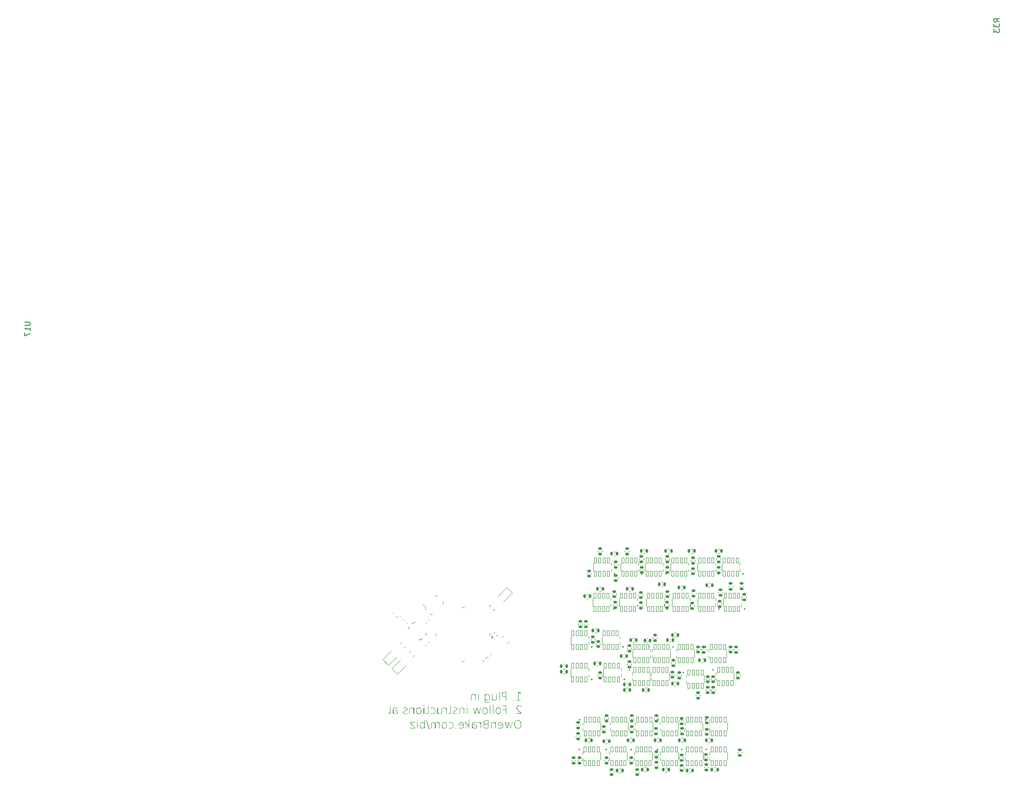
<source format=gbo>
%TF.GenerationSoftware,KiCad,Pcbnew,8.0.5*%
%TF.CreationDate,2024-11-01T13:05:59-07:00*%
%TF.ProjectId,bizcard,62697a63-6172-4642-9e6b-696361645f70,rev?*%
%TF.SameCoordinates,Original*%
%TF.FileFunction,Legend,Bot*%
%TF.FilePolarity,Positive*%
%FSLAX46Y46*%
G04 Gerber Fmt 4.6, Leading zero omitted, Abs format (unit mm)*
G04 Created by KiCad (PCBNEW 8.0.5) date 2024-11-01 13:05:59*
%MOMM*%
%LPD*%
G01*
G04 APERTURE LIST*
G04 Aperture macros list*
%AMRoundRect*
0 Rectangle with rounded corners*
0 $1 Rounding radius*
0 $2 $3 $4 $5 $6 $7 $8 $9 X,Y pos of 4 corners*
0 Add a 4 corners polygon primitive as box body*
4,1,4,$2,$3,$4,$5,$6,$7,$8,$9,$2,$3,0*
0 Add four circle primitives for the rounded corners*
1,1,$1+$1,$2,$3*
1,1,$1+$1,$4,$5*
1,1,$1+$1,$6,$7*
1,1,$1+$1,$8,$9*
0 Add four rect primitives between the rounded corners*
20,1,$1+$1,$2,$3,$4,$5,0*
20,1,$1+$1,$4,$5,$6,$7,0*
20,1,$1+$1,$6,$7,$8,$9,0*
20,1,$1+$1,$8,$9,$2,$3,0*%
%AMRotRect*
0 Rectangle, with rotation*
0 The origin of the aperture is its center*
0 $1 length*
0 $2 width*
0 $3 Rotation angle, in degrees counterclockwise*
0 Add horizontal line*
21,1,$1,$2,0,0,$3*%
G04 Aperture macros list end*
%ADD10C,0.100000*%
%ADD11C,0.150000*%
%ADD12C,0.120000*%
%ADD13C,0.200000*%
%ADD14R,1.700000X1.700000*%
%ADD15O,1.700000X1.700000*%
%ADD16RoundRect,0.135000X-0.135000X-0.185000X0.135000X-0.185000X0.135000X0.185000X-0.135000X0.185000X0*%
%ADD17RoundRect,0.140000X-0.170000X0.140000X-0.170000X-0.140000X0.170000X-0.140000X0.170000X0.140000X0*%
%ADD18RoundRect,0.140000X0.170000X-0.140000X0.170000X0.140000X-0.170000X0.140000X-0.170000X-0.140000X0*%
%ADD19RoundRect,0.140000X0.021213X-0.219203X0.219203X-0.021213X-0.021213X0.219203X-0.219203X0.021213X0*%
%ADD20RoundRect,0.051000X0.225000X0.450000X-0.225000X0.450000X-0.225000X-0.450000X0.225000X-0.450000X0*%
%ADD21RoundRect,0.051000X-0.225000X-0.450000X0.225000X-0.450000X0.225000X0.450000X-0.225000X0.450000X0*%
%ADD22RoundRect,0.140000X0.140000X0.170000X-0.140000X0.170000X-0.140000X-0.170000X0.140000X-0.170000X0*%
%ADD23RoundRect,0.135000X0.185000X-0.135000X0.185000X0.135000X-0.185000X0.135000X-0.185000X-0.135000X0*%
%ADD24RoundRect,0.135000X-0.185000X0.135000X-0.185000X-0.135000X0.185000X-0.135000X0.185000X0.135000X0*%
%ADD25RoundRect,0.135000X0.135000X0.185000X-0.135000X0.185000X-0.135000X-0.185000X0.135000X-0.185000X0*%
%ADD26RoundRect,0.218750X0.026517X-0.335876X0.335876X-0.026517X-0.026517X0.335876X-0.335876X0.026517X0*%
%ADD27RoundRect,0.250000X0.159099X-0.512652X0.512652X-0.159099X-0.159099X0.512652X-0.512652X0.159099X0*%
%ADD28RoundRect,0.140000X0.219203X0.021213X0.021213X0.219203X-0.219203X-0.021213X-0.021213X-0.219203X0*%
%ADD29RoundRect,0.200000X-0.053033X0.335876X-0.335876X0.053033X0.053033X-0.335876X0.335876X-0.053033X0*%
%ADD30RoundRect,0.125000X0.530330X-0.353553X-0.353553X0.530330X-0.530330X0.353553X0.353553X-0.530330X0*%
%ADD31RoundRect,0.125000X0.530330X0.353553X0.353553X0.530330X-0.530330X-0.353553X-0.353553X-0.530330X0*%
%ADD32RoundRect,0.140000X-0.219203X-0.021213X-0.021213X-0.219203X0.219203X0.021213X0.021213X0.219203X0*%
%ADD33RotRect,0.600000X1.200000X45.000000*%
%ADD34RoundRect,0.218750X-0.026517X0.335876X-0.335876X0.026517X0.026517X-0.335876X0.335876X-0.026517X0*%
%ADD35RoundRect,0.070000X0.247487X0.671751X-0.671751X-0.247487X-0.247487X-0.671751X0.671751X0.247487X0*%
%ADD36RoundRect,0.225000X0.017678X-0.335876X0.335876X-0.017678X-0.017678X0.335876X-0.335876X0.017678X0*%
%ADD37RoundRect,0.140000X-0.140000X-0.170000X0.140000X-0.170000X0.140000X0.170000X-0.140000X0.170000X0*%
%ADD38RoundRect,0.200000X0.053033X-0.335876X0.335876X-0.053033X-0.053033X0.335876X-0.335876X0.053033X0*%
G04 APERTURE END LIST*
D10*
G36*
X99146475Y-91461468D02*
G01*
X98268667Y-91461468D01*
X98268667Y-91545000D01*
X99253820Y-91545000D01*
X99253820Y-91436922D01*
X98870237Y-91037951D01*
X98817871Y-90984594D01*
X98759154Y-90924297D01*
X98702997Y-90866104D01*
X98649400Y-90810014D01*
X98612683Y-90771238D01*
X98558129Y-90710998D01*
X98510702Y-90653582D01*
X98469801Y-90593918D01*
X98442598Y-90520920D01*
X98433849Y-90446907D01*
X98433531Y-90427955D01*
X98438755Y-90353388D01*
X98457520Y-90276325D01*
X98489931Y-90207964D01*
X98535990Y-90148304D01*
X98542707Y-90141458D01*
X98608750Y-90097030D01*
X98679722Y-90074396D01*
X98755605Y-90064642D01*
X98798063Y-90063422D01*
X98872685Y-90070479D01*
X98946759Y-90089141D01*
X99018504Y-90115908D01*
X99035101Y-90123140D01*
X99102420Y-90158953D01*
X99169740Y-90199733D01*
X99235136Y-90241475D01*
X99235136Y-90132299D01*
X99172224Y-90093610D01*
X99101332Y-90057546D01*
X99060013Y-90038510D01*
X98986588Y-90010087D01*
X98913452Y-89990763D01*
X98840606Y-89980540D01*
X98800261Y-89978792D01*
X98716347Y-89983666D01*
X98638675Y-89998287D01*
X98567243Y-90022655D01*
X98502052Y-90056771D01*
X98467602Y-90080642D01*
X98410221Y-90140038D01*
X98373460Y-90205610D01*
X98349252Y-90283874D01*
X98338493Y-90361059D01*
X98336444Y-90417697D01*
X98342249Y-90493040D01*
X98359662Y-90564876D01*
X98371615Y-90596849D01*
X98405618Y-90665245D01*
X98446147Y-90728099D01*
X98495835Y-90791597D01*
X98501308Y-90797983D01*
X98555347Y-90855868D01*
X98610376Y-90913223D01*
X98665439Y-90970174D01*
X99146475Y-91461468D01*
G37*
G36*
X97782501Y-91415307D02*
G01*
X97677355Y-91415307D01*
X97677355Y-91545000D01*
X97782501Y-91545000D01*
X97782501Y-91415307D01*
G37*
G36*
X96473848Y-90006636D02*
G01*
X95693859Y-90006636D01*
X95693859Y-90091999D01*
X96369801Y-90091999D01*
X96369801Y-90682578D01*
X95759804Y-90682578D01*
X95759804Y-90766109D01*
X96369801Y-90766109D01*
X96369801Y-91545000D01*
X96473848Y-91545000D01*
X96473848Y-90006636D01*
G37*
G36*
X95032439Y-90368866D02*
G01*
X95105684Y-90386138D01*
X95182931Y-90420842D01*
X95251342Y-90471219D01*
X95302948Y-90526873D01*
X95339994Y-90580822D01*
X95376161Y-90652882D01*
X95403286Y-90732927D01*
X95418984Y-90805731D01*
X95428402Y-90884081D01*
X95431542Y-90967976D01*
X95429550Y-91037167D01*
X95421457Y-91118359D01*
X95407138Y-91193666D01*
X95381739Y-91276266D01*
X95347375Y-91350390D01*
X95304047Y-91416039D01*
X95252402Y-91471818D01*
X95183848Y-91522308D01*
X95106353Y-91557090D01*
X95032813Y-91574400D01*
X94952704Y-91580170D01*
X94873256Y-91574374D01*
X94800325Y-91556986D01*
X94723476Y-91522049D01*
X94655498Y-91471335D01*
X94604291Y-91415307D01*
X94567140Y-91361109D01*
X94530870Y-91288397D01*
X94503667Y-91207313D01*
X94487925Y-91133348D01*
X94478479Y-91053569D01*
X94475331Y-90967976D01*
X94475364Y-90966877D01*
X94570219Y-90966877D01*
X94573839Y-91054547D01*
X94584696Y-91135107D01*
X94602793Y-91208557D01*
X94633054Y-91285263D01*
X94673168Y-91352292D01*
X94679628Y-91360970D01*
X94736518Y-91420475D01*
X94802658Y-91462350D01*
X94878049Y-91486593D01*
X94951605Y-91493342D01*
X94962591Y-91493204D01*
X95035410Y-91484526D01*
X95109874Y-91458080D01*
X95174995Y-91414001D01*
X95230774Y-91352292D01*
X95237040Y-91343442D01*
X95275333Y-91275722D01*
X95303879Y-91197904D01*
X95320588Y-91123165D01*
X95330137Y-91041008D01*
X95332623Y-90966877D01*
X95329004Y-90880765D01*
X95318146Y-90801583D01*
X95300050Y-90729331D01*
X95269789Y-90653794D01*
X95229675Y-90587690D01*
X95223237Y-90579012D01*
X95166502Y-90519506D01*
X95100470Y-90477632D01*
X95025142Y-90453389D01*
X94951605Y-90446639D01*
X94940663Y-90446778D01*
X94858334Y-90457884D01*
X94785256Y-90486758D01*
X94721428Y-90533400D01*
X94673168Y-90588789D01*
X94633054Y-90655467D01*
X94602793Y-90731121D01*
X94584696Y-90803112D01*
X94573839Y-90881697D01*
X94570219Y-90966877D01*
X94475364Y-90966877D01*
X94477346Y-90901154D01*
X94485532Y-90822377D01*
X94500015Y-90748877D01*
X94525706Y-90667643D01*
X94560465Y-90594008D01*
X94604291Y-90527972D01*
X94655498Y-90471944D01*
X94723476Y-90421229D01*
X94800325Y-90386292D01*
X94873256Y-90368904D01*
X94952704Y-90363108D01*
X95032439Y-90368866D01*
G37*
G36*
X94075628Y-89941789D02*
G01*
X93981106Y-89941789D01*
X93981106Y-91545000D01*
X94075628Y-91545000D01*
X94075628Y-89941789D01*
G37*
G36*
X93492376Y-89941789D02*
G01*
X93397854Y-89941789D01*
X93397854Y-91545000D01*
X93492376Y-91545000D01*
X93492376Y-89941789D01*
G37*
G36*
X92582195Y-90368866D02*
G01*
X92655439Y-90386138D01*
X92732686Y-90420842D01*
X92801098Y-90471219D01*
X92852704Y-90526873D01*
X92889750Y-90580822D01*
X92925917Y-90652882D01*
X92953042Y-90732927D01*
X92968739Y-90805731D01*
X92978158Y-90884081D01*
X92981297Y-90967976D01*
X92979305Y-91037167D01*
X92971212Y-91118359D01*
X92956894Y-91193666D01*
X92931495Y-91276266D01*
X92897131Y-91350390D01*
X92853803Y-91416039D01*
X92802158Y-91471818D01*
X92733604Y-91522308D01*
X92656109Y-91557090D01*
X92582569Y-91574400D01*
X92502459Y-91580170D01*
X92423011Y-91574374D01*
X92350080Y-91556986D01*
X92273232Y-91522049D01*
X92205254Y-91471335D01*
X92154047Y-91415307D01*
X92116895Y-91361109D01*
X92080625Y-91288397D01*
X92053423Y-91207313D01*
X92037681Y-91133348D01*
X92028235Y-91053569D01*
X92025087Y-90967976D01*
X92025120Y-90966877D01*
X92119975Y-90966877D01*
X92123594Y-91054547D01*
X92134452Y-91135107D01*
X92152549Y-91208557D01*
X92182810Y-91285263D01*
X92222923Y-91352292D01*
X92229384Y-91360970D01*
X92286274Y-91420475D01*
X92352414Y-91462350D01*
X92427805Y-91486593D01*
X92501360Y-91493342D01*
X92512347Y-91493204D01*
X92585166Y-91484526D01*
X92659630Y-91458080D01*
X92724751Y-91414001D01*
X92780530Y-91352292D01*
X92786796Y-91343442D01*
X92825089Y-91275722D01*
X92853635Y-91197904D01*
X92870344Y-91123165D01*
X92879893Y-91041008D01*
X92882379Y-90966877D01*
X92878760Y-90880765D01*
X92867902Y-90801583D01*
X92849806Y-90729331D01*
X92819544Y-90653794D01*
X92779431Y-90587690D01*
X92772993Y-90579012D01*
X92716258Y-90519506D01*
X92650226Y-90477632D01*
X92574898Y-90453389D01*
X92501360Y-90446639D01*
X92490419Y-90446778D01*
X92408090Y-90457884D01*
X92335012Y-90486758D01*
X92271184Y-90533400D01*
X92222923Y-90588789D01*
X92182810Y-90655467D01*
X92152549Y-90731121D01*
X92134452Y-90803112D01*
X92123594Y-90881697D01*
X92119975Y-90966877D01*
X92025120Y-90966877D01*
X92027102Y-90901154D01*
X92035288Y-90822377D01*
X92049771Y-90748877D01*
X92075462Y-90667643D01*
X92110221Y-90594008D01*
X92154047Y-90527972D01*
X92205254Y-90471944D01*
X92273232Y-90421229D01*
X92350080Y-90386292D01*
X92423011Y-90368904D01*
X92502459Y-90363108D01*
X92582195Y-90368866D01*
G37*
G36*
X91730530Y-90390952D02*
G01*
X91632711Y-90390952D01*
X91361601Y-91419337D01*
X91092690Y-90390952D01*
X90972156Y-90390952D01*
X90701413Y-91424466D01*
X90431402Y-90390952D01*
X90333583Y-90390952D01*
X90635467Y-91545000D01*
X90767358Y-91545000D01*
X91032972Y-90533101D01*
X91297854Y-91545000D01*
X91427547Y-91545000D01*
X91730530Y-90390952D01*
G37*
G36*
X89243283Y-90390952D02*
G01*
X89148394Y-90390952D01*
X89148394Y-91545000D01*
X89243283Y-91545000D01*
X89243283Y-90390952D01*
G37*
G36*
X89243283Y-89941789D02*
G01*
X89148394Y-89941789D01*
X89148394Y-90071482D01*
X89243283Y-90071482D01*
X89243283Y-89941789D01*
G37*
G36*
X87786252Y-90848541D02*
G01*
X87786252Y-91545000D01*
X87881140Y-91545000D01*
X87881140Y-90854769D01*
X87883678Y-90775102D01*
X87893052Y-90694008D01*
X87912223Y-90616957D01*
X87944574Y-90550200D01*
X87953314Y-90538230D01*
X88010943Y-90486084D01*
X88084589Y-90455584D01*
X88165439Y-90446639D01*
X88244368Y-90452822D01*
X88317389Y-90471369D01*
X88384502Y-90502281D01*
X88445708Y-90545558D01*
X88497159Y-90604771D01*
X88530120Y-90671685D01*
X88551826Y-90752694D01*
X88561473Y-90833348D01*
X88563311Y-90892871D01*
X88563311Y-91545000D01*
X88657833Y-91545000D01*
X88657833Y-90390952D01*
X88563311Y-90390952D01*
X88563311Y-90607473D01*
X88524786Y-90541029D01*
X88474167Y-90481876D01*
X88430321Y-90446639D01*
X88359873Y-90406261D01*
X88285369Y-90379097D01*
X88206808Y-90365148D01*
X88161409Y-90363108D01*
X88080191Y-90370390D01*
X88007628Y-90392234D01*
X87943720Y-90428642D01*
X87888468Y-90479612D01*
X87843748Y-90545947D01*
X87815100Y-90618153D01*
X87798330Y-90690564D01*
X87788748Y-90772687D01*
X87786252Y-90848541D01*
G37*
G36*
X86673970Y-90425024D02*
G01*
X86673970Y-90529071D01*
X86742839Y-90491988D01*
X86798900Y-90467156D01*
X86874211Y-90453889D01*
X86951852Y-90447601D01*
X86978053Y-90446639D01*
X87055035Y-90450692D01*
X87131239Y-90464941D01*
X87202995Y-90492805D01*
X87233775Y-90511486D01*
X87282361Y-90572945D01*
X87302351Y-90648954D01*
X87304849Y-90695034D01*
X87290118Y-90768751D01*
X87241930Y-90828926D01*
X87237805Y-90832055D01*
X87170020Y-90871463D01*
X87096984Y-90898481D01*
X87034839Y-90914487D01*
X86969993Y-90928775D01*
X86892919Y-90948765D01*
X86818144Y-90975687D01*
X86749880Y-91011107D01*
X86721598Y-91030990D01*
X86665256Y-91087993D01*
X86630733Y-91155732D01*
X86618283Y-91226629D01*
X86624351Y-91304069D01*
X86645683Y-91380570D01*
X86682375Y-91445826D01*
X86715369Y-91483084D01*
X86783218Y-91527536D01*
X86860217Y-91554836D01*
X86940477Y-91569294D01*
X87018843Y-91574682D01*
X87046929Y-91575041D01*
X87120796Y-91573324D01*
X87198744Y-91565957D01*
X87240736Y-91557456D01*
X87311842Y-91535828D01*
X87386033Y-91510693D01*
X87407798Y-91502868D01*
X87407798Y-91384166D01*
X87337881Y-91423228D01*
X87268969Y-91457599D01*
X87244766Y-91466598D01*
X87168636Y-91482895D01*
X87093022Y-91491671D01*
X87042899Y-91493342D01*
X86965001Y-91489037D01*
X86890393Y-91473903D01*
X86817940Y-91440609D01*
X86796702Y-91424466D01*
X86747810Y-91365853D01*
X86721483Y-91294979D01*
X86716468Y-91240917D01*
X86726707Y-91167958D01*
X86766667Y-91105572D01*
X86769958Y-91102798D01*
X86833926Y-91063124D01*
X86902364Y-91034591D01*
X86975362Y-91012197D01*
X87016154Y-91002048D01*
X87082100Y-90986660D01*
X87158436Y-90965292D01*
X87230407Y-90936384D01*
X87293954Y-90898304D01*
X87303750Y-90890673D01*
X87358191Y-90833631D01*
X87391808Y-90762516D01*
X87399371Y-90703094D01*
X87393849Y-90628645D01*
X87374014Y-90555538D01*
X87334456Y-90488565D01*
X87283967Y-90442609D01*
X87214907Y-90404179D01*
X87137560Y-90378325D01*
X87061848Y-90365903D01*
X87000767Y-90363108D01*
X86927203Y-90364326D01*
X86850936Y-90369735D01*
X86802930Y-90378496D01*
X86729669Y-90402414D01*
X86673970Y-90425024D01*
G37*
G36*
X86134316Y-90063422D02*
G01*
X86134316Y-90390952D01*
X85743771Y-90390952D01*
X85743771Y-90471186D01*
X86134316Y-90471186D01*
X86134316Y-91164713D01*
X86130988Y-91239417D01*
X86116714Y-91313426D01*
X86100244Y-91349361D01*
X86050248Y-91410219D01*
X85987730Y-91448537D01*
X85912690Y-91464315D01*
X85896179Y-91464766D01*
X85743771Y-91464766D01*
X85743771Y-91545000D01*
X85891050Y-91545000D01*
X85967058Y-91538479D01*
X86043694Y-91515939D01*
X86112101Y-91477299D01*
X86131018Y-91462568D01*
X86178835Y-91405680D01*
X86208202Y-91337450D01*
X86223754Y-91264113D01*
X86229840Y-91178047D01*
X86229937Y-91164713D01*
X86229937Y-90471186D01*
X86368056Y-90471186D01*
X86368056Y-90390952D01*
X86229937Y-90390952D01*
X86229937Y-90063422D01*
X86134316Y-90063422D01*
G37*
G36*
X84785362Y-90472285D02*
G01*
X84847278Y-90452868D01*
X84922852Y-90446737D01*
X84935938Y-90446639D01*
X85009696Y-90452845D01*
X85086994Y-90475136D01*
X85156826Y-90513639D01*
X85219194Y-90568353D01*
X85226465Y-90576332D01*
X85266215Y-90638317D01*
X85291681Y-90707993D01*
X85308450Y-90792079D01*
X85315904Y-90875623D01*
X85317323Y-90937201D01*
X85317323Y-91545000D01*
X85410013Y-91545000D01*
X85410013Y-90390952D01*
X85317323Y-90390952D01*
X85317323Y-90607473D01*
X85277224Y-90541803D01*
X85226717Y-90484375D01*
X85187264Y-90450669D01*
X85119103Y-90408343D01*
X85044451Y-90379868D01*
X84963307Y-90365246D01*
X84915422Y-90363108D01*
X84845446Y-90366039D01*
X84785362Y-90373367D01*
X84785362Y-90472285D01*
G37*
G36*
X84561147Y-91087411D02*
G01*
X84561147Y-90390952D01*
X84466259Y-90390952D01*
X84466259Y-91081182D01*
X84463735Y-91160738D01*
X84454408Y-91241767D01*
X84435334Y-91318829D01*
X84403147Y-91385708D01*
X84394452Y-91397721D01*
X84336780Y-91449867D01*
X84263004Y-91480368D01*
X84181960Y-91489312D01*
X84103032Y-91483130D01*
X84030011Y-91464583D01*
X83962897Y-91433671D01*
X83901692Y-91390394D01*
X83850401Y-91331180D01*
X83817542Y-91264266D01*
X83795904Y-91183258D01*
X83786287Y-91102603D01*
X83784455Y-91043080D01*
X83784455Y-90390952D01*
X83689567Y-90390952D01*
X83689567Y-91545000D01*
X83784455Y-91545000D01*
X83784455Y-91328478D01*
X83822772Y-91394922D01*
X83873261Y-91454076D01*
X83917079Y-91489312D01*
X83987526Y-91529691D01*
X84062031Y-91556855D01*
X84140592Y-91570804D01*
X84185990Y-91572843D01*
X84267232Y-91565562D01*
X84339863Y-91543717D01*
X84403886Y-91507310D01*
X84459298Y-91456339D01*
X84503857Y-91390005D01*
X84532403Y-91317799D01*
X84549113Y-91245388D01*
X84558661Y-91163265D01*
X84561147Y-91087411D01*
G37*
G36*
X82427808Y-90446639D02*
G01*
X82427808Y-90547390D01*
X82492505Y-90510385D01*
X82562147Y-90478782D01*
X82569225Y-90476315D01*
X82645587Y-90457101D01*
X82719288Y-90447683D01*
X82752407Y-90446639D01*
X82826921Y-90449761D01*
X82907224Y-90461748D01*
X82977583Y-90482725D01*
X83047101Y-90518561D01*
X83103086Y-90566634D01*
X83109979Y-90574501D01*
X83152091Y-90636959D01*
X83183860Y-90712776D01*
X83202858Y-90788394D01*
X83214256Y-90873827D01*
X83217950Y-90952519D01*
X83218056Y-90969075D01*
X83215417Y-91049666D01*
X83207502Y-91123370D01*
X83191037Y-91202724D01*
X83166973Y-91272160D01*
X83129293Y-91340634D01*
X83109979Y-91365847D01*
X83055928Y-91415526D01*
X82988343Y-91453002D01*
X82907224Y-91478277D01*
X82826921Y-91490229D01*
X82752407Y-91493342D01*
X82675610Y-91488351D01*
X82599779Y-91473378D01*
X82589741Y-91470628D01*
X82518715Y-91447366D01*
X82447970Y-91415410D01*
X82427808Y-91404682D01*
X82427808Y-91500669D01*
X82498283Y-91529541D01*
X82570582Y-91551399D01*
X82591573Y-91556357D01*
X82666165Y-91569129D01*
X82739916Y-91574749D01*
X82760833Y-91575041D01*
X82837511Y-91571687D01*
X82922793Y-91558807D01*
X83000734Y-91536267D01*
X83071334Y-91504067D01*
X83134592Y-91462207D01*
X83163468Y-91437655D01*
X83214266Y-91379210D01*
X83254555Y-91307189D01*
X83280100Y-91236802D01*
X83298347Y-91156987D01*
X83309295Y-91067745D01*
X83312798Y-90989563D01*
X83312944Y-90969075D01*
X83310609Y-90889379D01*
X83303602Y-90815706D01*
X83288275Y-90732082D01*
X83265649Y-90657868D01*
X83228864Y-90581232D01*
X83181568Y-90518146D01*
X83163468Y-90500129D01*
X83103881Y-90453563D01*
X83036952Y-90416632D01*
X82962682Y-90389335D01*
X82881070Y-90371672D01*
X82807451Y-90364313D01*
X82760833Y-90363108D01*
X82686742Y-90367666D01*
X82614427Y-90380062D01*
X82585711Y-90386922D01*
X82514759Y-90407736D01*
X82444461Y-90437612D01*
X82427808Y-90446639D01*
G37*
G36*
X81965090Y-90063422D02*
G01*
X81965090Y-90390952D01*
X81574546Y-90390952D01*
X81574546Y-90471186D01*
X81965090Y-90471186D01*
X81965090Y-91164713D01*
X81961763Y-91239417D01*
X81947489Y-91313426D01*
X81931018Y-91349361D01*
X81881022Y-91410219D01*
X81818504Y-91448537D01*
X81743464Y-91464315D01*
X81726953Y-91464766D01*
X81574546Y-91464766D01*
X81574546Y-91545000D01*
X81721824Y-91545000D01*
X81797832Y-91538479D01*
X81874468Y-91515939D01*
X81942875Y-91477299D01*
X81961793Y-91462568D01*
X82009610Y-91405680D01*
X82038976Y-91337450D01*
X82054529Y-91264113D01*
X82060615Y-91178047D01*
X82060711Y-91164713D01*
X82060711Y-90471186D01*
X82198831Y-90471186D01*
X82198831Y-90390952D01*
X82060711Y-90390952D01*
X82060711Y-90063422D01*
X81965090Y-90063422D01*
G37*
G36*
X81244818Y-90390952D02*
G01*
X81149930Y-90390952D01*
X81149930Y-91545000D01*
X81244818Y-91545000D01*
X81244818Y-90390952D01*
G37*
G36*
X81244818Y-89941789D02*
G01*
X81149930Y-89941789D01*
X81149930Y-90071482D01*
X81244818Y-90071482D01*
X81244818Y-89941789D01*
G37*
G36*
X80332439Y-90368866D02*
G01*
X80405684Y-90386138D01*
X80482931Y-90420842D01*
X80551342Y-90471219D01*
X80602948Y-90526873D01*
X80639994Y-90580822D01*
X80676161Y-90652882D01*
X80703286Y-90732927D01*
X80718984Y-90805731D01*
X80728402Y-90884081D01*
X80731542Y-90967976D01*
X80729550Y-91037167D01*
X80721457Y-91118359D01*
X80707138Y-91193666D01*
X80681739Y-91276266D01*
X80647375Y-91350390D01*
X80604047Y-91416039D01*
X80552402Y-91471818D01*
X80483848Y-91522308D01*
X80406353Y-91557090D01*
X80332813Y-91574400D01*
X80252704Y-91580170D01*
X80173256Y-91574374D01*
X80100325Y-91556986D01*
X80023476Y-91522049D01*
X79955498Y-91471335D01*
X79904291Y-91415307D01*
X79867140Y-91361109D01*
X79830870Y-91288397D01*
X79803667Y-91207313D01*
X79787925Y-91133348D01*
X79778479Y-91053569D01*
X79775331Y-90967976D01*
X79775364Y-90966877D01*
X79870219Y-90966877D01*
X79873839Y-91054547D01*
X79884696Y-91135107D01*
X79902793Y-91208557D01*
X79933054Y-91285263D01*
X79973168Y-91352292D01*
X79979628Y-91360970D01*
X80036518Y-91420475D01*
X80102658Y-91462350D01*
X80178049Y-91486593D01*
X80251605Y-91493342D01*
X80262591Y-91493204D01*
X80335410Y-91484526D01*
X80409874Y-91458080D01*
X80474995Y-91414001D01*
X80530774Y-91352292D01*
X80537040Y-91343442D01*
X80575333Y-91275722D01*
X80603879Y-91197904D01*
X80620588Y-91123165D01*
X80630137Y-91041008D01*
X80632623Y-90966877D01*
X80629004Y-90880765D01*
X80618146Y-90801583D01*
X80600050Y-90729331D01*
X80569789Y-90653794D01*
X80529675Y-90587690D01*
X80523237Y-90579012D01*
X80466502Y-90519506D01*
X80400470Y-90477632D01*
X80325142Y-90453389D01*
X80251605Y-90446639D01*
X80240663Y-90446778D01*
X80158334Y-90457884D01*
X80085256Y-90486758D01*
X80021428Y-90533400D01*
X79973168Y-90588789D01*
X79933054Y-90655467D01*
X79902793Y-90731121D01*
X79884696Y-90803112D01*
X79873839Y-90881697D01*
X79870219Y-90966877D01*
X79775364Y-90966877D01*
X79777346Y-90901154D01*
X79785532Y-90822377D01*
X79800015Y-90748877D01*
X79825706Y-90667643D01*
X79860465Y-90594008D01*
X79904291Y-90527972D01*
X79955498Y-90471944D01*
X80023476Y-90421229D01*
X80100325Y-90386292D01*
X80173256Y-90368904D01*
X80252704Y-90363108D01*
X80332439Y-90368866D01*
G37*
G36*
X78504047Y-90848541D02*
G01*
X78504047Y-91545000D01*
X78598935Y-91545000D01*
X78598935Y-90854769D01*
X78601473Y-90775102D01*
X78610847Y-90694008D01*
X78630018Y-90616957D01*
X78662369Y-90550200D01*
X78671109Y-90538230D01*
X78728737Y-90486084D01*
X78802383Y-90455584D01*
X78883234Y-90446639D01*
X78962163Y-90452822D01*
X79035184Y-90471369D01*
X79102297Y-90502281D01*
X79163503Y-90545558D01*
X79214954Y-90604771D01*
X79247915Y-90671685D01*
X79269621Y-90752694D01*
X79279268Y-90833348D01*
X79281106Y-90892871D01*
X79281106Y-91545000D01*
X79375628Y-91545000D01*
X79375628Y-90390952D01*
X79281106Y-90390952D01*
X79281106Y-90607473D01*
X79242580Y-90541029D01*
X79191962Y-90481876D01*
X79148115Y-90446639D01*
X79077668Y-90406261D01*
X79003164Y-90379097D01*
X78924602Y-90365148D01*
X78879204Y-90363108D01*
X78797986Y-90370390D01*
X78725423Y-90392234D01*
X78661515Y-90428642D01*
X78606263Y-90479612D01*
X78561543Y-90545947D01*
X78532895Y-90618153D01*
X78516125Y-90690564D01*
X78506542Y-90772687D01*
X78504047Y-90848541D01*
G37*
G36*
X77391765Y-90425024D02*
G01*
X77391765Y-90529071D01*
X77460634Y-90491988D01*
X77516695Y-90467156D01*
X77592006Y-90453889D01*
X77669647Y-90447601D01*
X77695847Y-90446639D01*
X77772830Y-90450692D01*
X77849034Y-90464941D01*
X77920790Y-90492805D01*
X77951570Y-90511486D01*
X78000156Y-90572945D01*
X78020146Y-90648954D01*
X78022644Y-90695034D01*
X78007913Y-90768751D01*
X77959724Y-90828926D01*
X77955600Y-90832055D01*
X77887814Y-90871463D01*
X77814778Y-90898481D01*
X77752634Y-90914487D01*
X77687787Y-90928775D01*
X77610713Y-90948765D01*
X77535939Y-90975687D01*
X77467675Y-91011107D01*
X77439392Y-91030990D01*
X77383051Y-91087993D01*
X77348528Y-91155732D01*
X77336078Y-91226629D01*
X77342146Y-91304069D01*
X77363478Y-91380570D01*
X77400170Y-91445826D01*
X77433164Y-91483084D01*
X77501013Y-91527536D01*
X77578012Y-91554836D01*
X77658272Y-91569294D01*
X77736638Y-91574682D01*
X77764724Y-91575041D01*
X77838591Y-91573324D01*
X77916539Y-91565957D01*
X77958531Y-91557456D01*
X78029637Y-91535828D01*
X78103828Y-91510693D01*
X78125593Y-91502868D01*
X78125593Y-91384166D01*
X78055676Y-91423228D01*
X77986764Y-91457599D01*
X77962561Y-91466598D01*
X77886431Y-91482895D01*
X77810817Y-91491671D01*
X77760694Y-91493342D01*
X77682796Y-91489037D01*
X77608188Y-91473903D01*
X77535735Y-91440609D01*
X77514497Y-91424466D01*
X77465605Y-91365853D01*
X77439278Y-91294979D01*
X77434263Y-91240917D01*
X77444501Y-91167958D01*
X77484462Y-91105572D01*
X77487752Y-91102798D01*
X77551721Y-91063124D01*
X77620159Y-91034591D01*
X77693157Y-91012197D01*
X77733949Y-91002048D01*
X77799895Y-90986660D01*
X77876231Y-90965292D01*
X77948202Y-90936384D01*
X78011749Y-90898304D01*
X78021545Y-90890673D01*
X78075986Y-90833631D01*
X78109603Y-90762516D01*
X78117166Y-90703094D01*
X78111644Y-90628645D01*
X78091809Y-90555538D01*
X78052251Y-90488565D01*
X78001762Y-90442609D01*
X77932702Y-90404179D01*
X77855355Y-90378325D01*
X77779643Y-90365903D01*
X77718562Y-90363108D01*
X77644998Y-90364326D01*
X77568731Y-90369735D01*
X77520725Y-90378496D01*
X77447464Y-90402414D01*
X77391765Y-90425024D01*
G37*
G36*
X75994572Y-90367134D02*
G01*
X76070863Y-90379213D01*
X76142096Y-90397180D01*
X76177314Y-90409159D01*
X76245881Y-90439684D01*
X76312822Y-90477414D01*
X76312822Y-90579630D01*
X76281027Y-90558256D01*
X76212453Y-90516594D01*
X76142096Y-90483642D01*
X76090714Y-90467453D01*
X76014670Y-90451843D01*
X75939863Y-90446639D01*
X75868955Y-90450117D01*
X75786752Y-90465573D01*
X75711133Y-90497741D01*
X75653367Y-90545558D01*
X75623609Y-90584571D01*
X75590518Y-90650288D01*
X75571278Y-90724641D01*
X75565806Y-90797983D01*
X75565806Y-90816667D01*
X75801011Y-90816667D01*
X75836918Y-90817090D01*
X75921099Y-90821839D01*
X75997302Y-90831866D01*
X76078215Y-90850864D01*
X76158091Y-90882633D01*
X76222330Y-90924745D01*
X76230242Y-90931502D01*
X76284492Y-90990658D01*
X76322669Y-91058882D01*
X76344771Y-91136173D01*
X76350924Y-91211242D01*
X76347447Y-91275384D01*
X76331991Y-91351450D01*
X76299823Y-91424106D01*
X76252006Y-91483084D01*
X76205240Y-91518915D01*
X76134861Y-91552052D01*
X76062618Y-91569294D01*
X75981263Y-91575041D01*
X75923238Y-91571042D01*
X75845512Y-91553268D01*
X75773900Y-91524483D01*
X75734289Y-91500721D01*
X75676157Y-91445772D01*
X75630589Y-91380599D01*
X75595465Y-91312039D01*
X75563974Y-91231758D01*
X75563974Y-91545000D01*
X75470184Y-91545000D01*
X75470184Y-90965045D01*
X75565806Y-90965045D01*
X75568149Y-91016071D01*
X75579304Y-91089311D01*
X75599645Y-91164655D01*
X75629172Y-91242102D01*
X75661793Y-91310160D01*
X75694406Y-91362932D01*
X75750012Y-91421787D01*
X75817224Y-91463110D01*
X75896041Y-91486902D01*
X75972836Y-91493342D01*
X76028066Y-91489358D01*
X76103697Y-91468441D01*
X76170673Y-91429595D01*
X76175812Y-91425524D01*
X76224756Y-91363107D01*
X76247597Y-91291967D01*
X76254204Y-91213073D01*
X76253318Y-91184402D01*
X76240036Y-91106307D01*
X76206584Y-91033471D01*
X76153454Y-90975303D01*
X76133371Y-90960703D01*
X76059636Y-90925518D01*
X75988302Y-90907087D01*
X75904731Y-90896476D01*
X75823360Y-90893604D01*
X75565806Y-90893604D01*
X75565806Y-90965045D01*
X75470184Y-90965045D01*
X75470184Y-90886643D01*
X75470296Y-90868462D01*
X75474203Y-90783066D01*
X75483691Y-90706847D01*
X75502445Y-90627498D01*
X75534481Y-90551626D01*
X75584490Y-90486939D01*
X75627468Y-90451265D01*
X75693558Y-90411480D01*
X75766555Y-90383545D01*
X75846459Y-90367462D01*
X75920446Y-90363108D01*
X75994572Y-90367134D01*
G37*
G36*
X74898656Y-90063422D02*
G01*
X74898656Y-90390952D01*
X74508112Y-90390952D01*
X74508112Y-90471186D01*
X74898656Y-90471186D01*
X74898656Y-91164713D01*
X74895329Y-91239417D01*
X74881055Y-91313426D01*
X74864584Y-91349361D01*
X74814588Y-91410219D01*
X74752070Y-91448537D01*
X74677030Y-91464315D01*
X74660519Y-91464766D01*
X74508112Y-91464766D01*
X74508112Y-91545000D01*
X74655390Y-91545000D01*
X74731398Y-91538479D01*
X74808034Y-91515939D01*
X74876441Y-91477299D01*
X74895359Y-91462568D01*
X74943176Y-91405680D01*
X74972542Y-91337450D01*
X74988095Y-91264113D01*
X74994181Y-91178047D01*
X74994277Y-91164713D01*
X74994277Y-90471186D01*
X75132397Y-90471186D01*
X75132397Y-90390952D01*
X74994277Y-90390952D01*
X74994277Y-90063422D01*
X74898656Y-90063422D01*
G37*
G36*
X98605391Y-92679638D02*
G01*
X98693893Y-92689153D01*
X98776545Y-92709241D01*
X98853347Y-92739900D01*
X98924300Y-92781132D01*
X98989403Y-92832937D01*
X99048656Y-92895314D01*
X99070350Y-92923047D01*
X99118463Y-92997427D01*
X99157827Y-93079017D01*
X99183020Y-93149479D01*
X99202615Y-93224555D01*
X99216611Y-93304245D01*
X99225009Y-93388549D01*
X99227808Y-93477466D01*
X99227108Y-93522455D01*
X99221510Y-93608963D01*
X99210313Y-93690845D01*
X99193517Y-93768102D01*
X99171123Y-93840734D01*
X99143131Y-93908740D01*
X99100267Y-93987244D01*
X99048656Y-94058520D01*
X99025657Y-94084739D01*
X98964064Y-94142887D01*
X98896621Y-94190463D01*
X98823328Y-94227466D01*
X98744186Y-94253897D01*
X98659194Y-94269755D01*
X98568353Y-94275041D01*
X98531494Y-94274191D01*
X98443418Y-94264628D01*
X98361156Y-94244439D01*
X98284708Y-94213623D01*
X98214074Y-94172182D01*
X98149254Y-94120114D01*
X98090247Y-94057421D01*
X98068553Y-94029782D01*
X98020441Y-93955663D01*
X97981076Y-93874371D01*
X97955883Y-93804172D01*
X97936288Y-93729382D01*
X97922292Y-93650001D01*
X97913894Y-93566029D01*
X97911095Y-93477466D01*
X98020272Y-93477466D01*
X98021566Y-93538217D01*
X98027319Y-93615451D01*
X98040983Y-93705940D01*
X98061838Y-93789703D01*
X98089884Y-93866740D01*
X98125121Y-93937050D01*
X98167550Y-94000635D01*
X98196285Y-94035073D01*
X98259243Y-94093789D01*
X98329516Y-94138955D01*
X98407105Y-94170571D01*
X98492010Y-94188637D01*
X98568353Y-94193342D01*
X98629850Y-94190331D01*
X98702198Y-94178099D01*
X98782381Y-94150999D01*
X98855324Y-94110350D01*
X98921029Y-94056151D01*
X98970254Y-94000635D01*
X99005030Y-93950305D01*
X99041980Y-93881340D01*
X99071684Y-93805649D01*
X99094144Y-93723231D01*
X99109358Y-93634087D01*
X99116313Y-93557929D01*
X99118632Y-93477466D01*
X99117328Y-93416257D01*
X99111532Y-93338482D01*
X99097766Y-93247430D01*
X99076756Y-93163228D01*
X99048500Y-93085879D01*
X99013000Y-93015380D01*
X98970254Y-92951734D01*
X98941323Y-92917295D01*
X98878030Y-92858579D01*
X98807499Y-92813413D01*
X98729730Y-92781797D01*
X98644722Y-92763731D01*
X98568353Y-92759026D01*
X98506872Y-92762037D01*
X98434594Y-92774269D01*
X98354566Y-92801369D01*
X98281854Y-92842018D01*
X98216458Y-92896217D01*
X98167550Y-92951734D01*
X98133032Y-93002103D01*
X98096356Y-93071231D01*
X98066871Y-93147210D01*
X98044578Y-93230041D01*
X98029477Y-93319724D01*
X98022573Y-93396403D01*
X98020272Y-93477466D01*
X97911095Y-93477466D01*
X97911795Y-93432431D01*
X97917393Y-93345820D01*
X97928590Y-93263823D01*
X97945386Y-93186440D01*
X97967780Y-93113671D01*
X97995772Y-93045516D01*
X98038636Y-92966810D01*
X98090247Y-92895314D01*
X98113152Y-92869094D01*
X98174484Y-92810946D01*
X98241630Y-92763371D01*
X98314590Y-92726368D01*
X98393364Y-92699937D01*
X98477951Y-92684078D01*
X98568353Y-92678792D01*
X98605391Y-92679638D01*
G37*
G36*
X97612875Y-93090952D02*
G01*
X97515055Y-93090952D01*
X97243946Y-94119337D01*
X96975034Y-93090952D01*
X96854501Y-93090952D01*
X96583757Y-94124466D01*
X96313747Y-93090952D01*
X96215928Y-93090952D01*
X96517812Y-94245000D01*
X96649703Y-94245000D01*
X96915317Y-93233101D01*
X97180198Y-94245000D01*
X97309891Y-94245000D01*
X97612875Y-93090952D01*
G37*
G36*
X95377404Y-93063724D02*
G01*
X95462751Y-93072954D01*
X95540551Y-93093262D01*
X95610803Y-93124646D01*
X95673507Y-93167107D01*
X95728663Y-93220645D01*
X95736890Y-93230277D01*
X95780768Y-93294489D01*
X95815244Y-93369699D01*
X95836791Y-93440777D01*
X95851808Y-93519493D01*
X95860297Y-93605848D01*
X95862386Y-93680432D01*
X95860102Y-93752383D01*
X95850823Y-93836026D01*
X95834406Y-93912674D01*
X95805285Y-93995420D01*
X95765885Y-94068093D01*
X95716207Y-94130694D01*
X95680435Y-94164525D01*
X95619027Y-94206815D01*
X95548320Y-94238954D01*
X95468314Y-94260945D01*
X95394539Y-94271517D01*
X95314305Y-94275041D01*
X95293645Y-94274487D01*
X95218678Y-94266168D01*
X95144678Y-94252327D01*
X95078089Y-94236127D01*
X95005997Y-94213678D01*
X94935118Y-94186381D01*
X94935118Y-94086364D01*
X94998495Y-94117183D01*
X95068622Y-94145050D01*
X95139183Y-94166598D01*
X95151758Y-94169836D01*
X95225892Y-94185794D01*
X95302948Y-94193342D01*
X95373834Y-94190328D01*
X95451389Y-94178753D01*
X95531516Y-94154277D01*
X95600494Y-94117985D01*
X95658321Y-94069877D01*
X95664993Y-94062754D01*
X95710743Y-93994043D01*
X95739654Y-93916829D01*
X95756175Y-93837947D01*
X95764117Y-93763259D01*
X95766765Y-93680432D01*
X94890788Y-93680432D01*
X94890788Y-93620715D01*
X94891088Y-93599832D01*
X94986775Y-93599832D01*
X95762735Y-93599832D01*
X95755911Y-93538741D01*
X95740696Y-93456378D01*
X95715391Y-93374352D01*
X95681952Y-93307473D01*
X95633775Y-93249588D01*
X95572042Y-93204548D01*
X95503349Y-93172377D01*
X95427695Y-93153074D01*
X95345080Y-93146639D01*
X95297460Y-93149054D01*
X95219858Y-93165573D01*
X95152688Y-93197741D01*
X95095952Y-93245558D01*
X95058849Y-93291947D01*
X95025264Y-93357756D01*
X95002128Y-93436153D01*
X94990614Y-93513369D01*
X94986775Y-93599832D01*
X94891088Y-93599832D01*
X94891235Y-93589625D01*
X94896258Y-93515158D01*
X94909653Y-93431936D01*
X94931085Y-93355411D01*
X94960555Y-93285584D01*
X95005094Y-93212585D01*
X95052286Y-93161786D01*
X95117241Y-93115805D01*
X95192855Y-93084129D01*
X95266151Y-93068363D01*
X95347278Y-93063108D01*
X95377404Y-93063724D01*
G37*
G36*
X93627564Y-93548541D02*
G01*
X93627564Y-94245000D01*
X93722452Y-94245000D01*
X93722452Y-93554769D01*
X93724990Y-93475102D01*
X93734364Y-93394008D01*
X93753535Y-93316957D01*
X93785886Y-93250200D01*
X93794626Y-93238230D01*
X93852254Y-93186084D01*
X93925900Y-93155584D01*
X94006751Y-93146639D01*
X94085680Y-93152822D01*
X94158701Y-93171369D01*
X94225814Y-93202281D01*
X94287020Y-93245558D01*
X94338471Y-93304771D01*
X94371432Y-93371685D01*
X94393138Y-93452694D01*
X94402785Y-93533348D01*
X94404623Y-93592871D01*
X94404623Y-94245000D01*
X94499145Y-94245000D01*
X94499145Y-93090952D01*
X94404623Y-93090952D01*
X94404623Y-93307473D01*
X94366098Y-93241029D01*
X94315479Y-93181876D01*
X94271632Y-93146639D01*
X94201185Y-93106261D01*
X94126681Y-93079097D01*
X94048119Y-93065148D01*
X94002721Y-93063108D01*
X93921503Y-93070390D01*
X93848940Y-93092234D01*
X93785032Y-93128642D01*
X93729780Y-93179612D01*
X93685060Y-93245947D01*
X93656412Y-93318153D01*
X93639642Y-93390564D01*
X93630060Y-93472687D01*
X93627564Y-93548541D01*
G37*
G36*
X93147993Y-94245000D02*
G01*
X92648272Y-94245000D01*
X92579055Y-94242263D01*
X92502771Y-94231752D01*
X92423117Y-94209528D01*
X92353526Y-94176575D01*
X92293998Y-94132892D01*
X92264718Y-94103308D01*
X92217869Y-94035348D01*
X92189686Y-93966265D01*
X92173460Y-93888206D01*
X92169372Y-93819284D01*
X92273115Y-93819284D01*
X92275432Y-93871563D01*
X92288776Y-93945980D01*
X92317965Y-94016125D01*
X92368004Y-94077205D01*
X92421745Y-94114070D01*
X92497257Y-94142953D01*
X92577760Y-94157436D01*
X92658531Y-94161468D01*
X93045045Y-94161468D01*
X93045045Y-93478199D01*
X92658531Y-93478199D01*
X92588708Y-93481136D01*
X92506631Y-93494187D01*
X92429348Y-93521351D01*
X92368004Y-93561730D01*
X92340668Y-93589753D01*
X92299895Y-93659377D01*
X92279046Y-93737516D01*
X92273115Y-93819284D01*
X92169372Y-93819284D01*
X92169068Y-93814155D01*
X92170247Y-93775847D01*
X92181524Y-93695515D01*
X92204740Y-93623297D01*
X92244539Y-93552571D01*
X92253133Y-93541076D01*
X92309659Y-93486042D01*
X92374646Y-93448031D01*
X92444207Y-93423611D01*
X92405416Y-93408103D01*
X92340166Y-93365908D01*
X92287770Y-93311503D01*
X92284141Y-93306781D01*
X92249580Y-93238560D01*
X92233451Y-93165416D01*
X92229025Y-93090952D01*
X92333932Y-93090952D01*
X92334271Y-93109964D01*
X92344192Y-93187763D01*
X92371326Y-93259318D01*
X92420760Y-93319930D01*
X92462935Y-93348766D01*
X92538269Y-93377674D01*
X92611312Y-93390394D01*
X92684542Y-93393935D01*
X93045045Y-93393935D01*
X93045045Y-92791266D01*
X92684542Y-92791266D01*
X92631348Y-92793100D01*
X92555465Y-92803661D01*
X92483672Y-92826765D01*
X92420760Y-92866371D01*
X92410246Y-92875835D01*
X92364542Y-92938784D01*
X92340800Y-93012014D01*
X92333932Y-93090952D01*
X92229025Y-93090952D01*
X92228785Y-93086922D01*
X92228897Y-93075601D01*
X92235952Y-93000918D01*
X92257453Y-92925355D01*
X92293288Y-92860234D01*
X92343457Y-92805554D01*
X92373545Y-92782370D01*
X92442788Y-92745276D01*
X92513293Y-92722961D01*
X92593054Y-92710114D01*
X92668789Y-92706636D01*
X93147993Y-92706636D01*
X93147993Y-94245000D01*
G37*
G36*
X91167428Y-93172285D02*
G01*
X91229344Y-93152868D01*
X91304918Y-93146737D01*
X91318004Y-93146639D01*
X91391762Y-93152845D01*
X91469059Y-93175136D01*
X91538892Y-93213639D01*
X91601259Y-93268353D01*
X91608531Y-93276332D01*
X91648281Y-93338317D01*
X91673746Y-93407993D01*
X91690516Y-93492079D01*
X91697969Y-93575623D01*
X91699389Y-93637201D01*
X91699389Y-94245000D01*
X91792079Y-94245000D01*
X91792079Y-93090952D01*
X91699389Y-93090952D01*
X91699389Y-93307473D01*
X91659289Y-93241803D01*
X91608782Y-93184375D01*
X91569330Y-93150669D01*
X91501169Y-93108343D01*
X91426516Y-93079868D01*
X91345372Y-93065246D01*
X91297487Y-93063108D01*
X91227512Y-93066039D01*
X91167428Y-93073367D01*
X91167428Y-93172285D01*
G37*
G36*
X90640350Y-93067134D02*
G01*
X90716641Y-93079213D01*
X90787875Y-93097180D01*
X90823092Y-93109159D01*
X90891659Y-93139684D01*
X90958600Y-93177414D01*
X90958600Y-93279630D01*
X90926805Y-93258256D01*
X90858232Y-93216594D01*
X90787875Y-93183642D01*
X90736492Y-93167453D01*
X90660449Y-93151843D01*
X90585642Y-93146639D01*
X90514733Y-93150117D01*
X90432530Y-93165573D01*
X90356911Y-93197741D01*
X90299145Y-93245558D01*
X90269388Y-93284571D01*
X90236296Y-93350288D01*
X90217056Y-93424641D01*
X90211584Y-93497983D01*
X90211584Y-93516667D01*
X90446789Y-93516667D01*
X90482696Y-93517090D01*
X90566878Y-93521839D01*
X90643081Y-93531866D01*
X90723993Y-93550864D01*
X90803869Y-93582633D01*
X90868108Y-93624745D01*
X90876020Y-93631502D01*
X90930270Y-93690658D01*
X90968447Y-93758882D01*
X90990549Y-93836173D01*
X90996702Y-93911242D01*
X90993225Y-93975384D01*
X90977769Y-94051450D01*
X90945601Y-94124106D01*
X90897784Y-94183084D01*
X90851018Y-94218915D01*
X90780639Y-94252052D01*
X90708396Y-94269294D01*
X90627041Y-94275041D01*
X90569016Y-94271042D01*
X90491290Y-94253268D01*
X90419678Y-94224483D01*
X90380067Y-94200721D01*
X90321935Y-94145772D01*
X90276367Y-94080599D01*
X90241243Y-94012039D01*
X90209752Y-93931758D01*
X90209752Y-94245000D01*
X90115963Y-94245000D01*
X90115963Y-93665045D01*
X90211584Y-93665045D01*
X90213927Y-93716071D01*
X90225082Y-93789311D01*
X90245423Y-93864655D01*
X90274950Y-93942102D01*
X90307571Y-94010160D01*
X90340184Y-94062932D01*
X90395790Y-94121787D01*
X90463002Y-94163110D01*
X90541819Y-94186902D01*
X90618614Y-94193342D01*
X90673844Y-94189358D01*
X90749475Y-94168441D01*
X90816451Y-94129595D01*
X90821590Y-94125524D01*
X90870534Y-94063107D01*
X90893375Y-93991967D01*
X90899982Y-93913073D01*
X90899097Y-93884402D01*
X90885814Y-93806307D01*
X90852362Y-93733471D01*
X90799232Y-93675303D01*
X90779149Y-93660703D01*
X90705414Y-93625518D01*
X90634080Y-93607087D01*
X90550509Y-93596476D01*
X90469138Y-93593604D01*
X90211584Y-93593604D01*
X90211584Y-93665045D01*
X90115963Y-93665045D01*
X90115963Y-93586643D01*
X90116074Y-93568462D01*
X90119981Y-93483066D01*
X90129469Y-93406847D01*
X90148223Y-93327498D01*
X90180259Y-93251626D01*
X90230268Y-93186939D01*
X90273246Y-93151265D01*
X90339336Y-93111480D01*
X90412333Y-93083545D01*
X90492237Y-93067462D01*
X90566224Y-93063108D01*
X90640350Y-93067134D01*
G37*
G36*
X89548464Y-92641789D02*
G01*
X89452477Y-92641789D01*
X89452477Y-93615586D01*
X88878750Y-93090952D01*
X88748691Y-93090952D01*
X89345498Y-93636102D01*
X88729274Y-94245000D01*
X88852006Y-94245000D01*
X89452477Y-93653688D01*
X89452477Y-94245000D01*
X89548464Y-94245000D01*
X89548464Y-92641789D01*
G37*
G36*
X88091152Y-93063724D02*
G01*
X88176499Y-93072954D01*
X88254298Y-93093262D01*
X88324550Y-93124646D01*
X88387254Y-93167107D01*
X88442411Y-93220645D01*
X88450638Y-93230277D01*
X88494515Y-93294489D01*
X88528991Y-93369699D01*
X88550538Y-93440777D01*
X88565556Y-93519493D01*
X88574044Y-93605848D01*
X88576133Y-93680432D01*
X88573849Y-93752383D01*
X88564570Y-93836026D01*
X88548154Y-93912674D01*
X88519032Y-93995420D01*
X88479632Y-94068093D01*
X88429954Y-94130694D01*
X88394182Y-94164525D01*
X88332775Y-94206815D01*
X88262068Y-94238954D01*
X88182061Y-94260945D01*
X88108286Y-94271517D01*
X88028053Y-94275041D01*
X88007393Y-94274487D01*
X87932426Y-94266168D01*
X87858426Y-94252327D01*
X87791836Y-94236127D01*
X87719745Y-94213678D01*
X87648866Y-94186381D01*
X87648866Y-94086364D01*
X87712242Y-94117183D01*
X87782370Y-94145050D01*
X87852930Y-94166598D01*
X87865506Y-94169836D01*
X87939640Y-94185794D01*
X88016695Y-94193342D01*
X88087582Y-94190328D01*
X88165136Y-94178753D01*
X88245264Y-94154277D01*
X88314241Y-94117985D01*
X88372069Y-94069877D01*
X88378740Y-94062754D01*
X88424490Y-93994043D01*
X88453401Y-93916829D01*
X88469922Y-93837947D01*
X88477865Y-93763259D01*
X88480512Y-93680432D01*
X87604535Y-93680432D01*
X87604535Y-93620715D01*
X87604835Y-93599832D01*
X87700523Y-93599832D01*
X88476482Y-93599832D01*
X88469659Y-93538741D01*
X88454443Y-93456378D01*
X88429138Y-93374352D01*
X88395699Y-93307473D01*
X88347522Y-93249588D01*
X88285790Y-93204548D01*
X88217096Y-93172377D01*
X88141442Y-93153074D01*
X88058827Y-93146639D01*
X88011207Y-93149054D01*
X87933605Y-93165573D01*
X87866436Y-93197741D01*
X87809699Y-93245558D01*
X87772596Y-93291947D01*
X87739012Y-93357756D01*
X87715876Y-93436153D01*
X87704361Y-93513369D01*
X87700523Y-93599832D01*
X87604835Y-93599832D01*
X87604982Y-93589625D01*
X87610005Y-93515158D01*
X87623400Y-93431936D01*
X87644833Y-93355411D01*
X87674302Y-93285584D01*
X87718841Y-93212585D01*
X87766033Y-93161786D01*
X87830989Y-93115805D01*
X87906603Y-93084129D01*
X87979899Y-93068363D01*
X88061025Y-93063108D01*
X88091152Y-93063724D01*
G37*
G36*
X87169661Y-94115307D02*
G01*
X87064515Y-94115307D01*
X87064515Y-94245000D01*
X87169661Y-94245000D01*
X87169661Y-94115307D01*
G37*
G36*
X85755861Y-93146639D02*
G01*
X85755861Y-93247390D01*
X85820558Y-93210385D01*
X85890200Y-93178782D01*
X85897278Y-93176315D01*
X85973640Y-93157101D01*
X86047341Y-93147683D01*
X86080460Y-93146639D01*
X86154974Y-93149761D01*
X86235277Y-93161748D01*
X86305636Y-93182725D01*
X86375154Y-93218561D01*
X86431139Y-93266634D01*
X86438032Y-93274501D01*
X86480144Y-93336959D01*
X86511913Y-93412776D01*
X86530911Y-93488394D01*
X86542309Y-93573827D01*
X86546004Y-93652519D01*
X86546109Y-93669075D01*
X86543470Y-93749666D01*
X86535555Y-93823370D01*
X86519090Y-93902724D01*
X86495026Y-93972160D01*
X86457346Y-94040634D01*
X86438032Y-94065847D01*
X86383981Y-94115526D01*
X86316396Y-94153002D01*
X86235277Y-94178277D01*
X86154974Y-94190229D01*
X86080460Y-94193342D01*
X86003663Y-94188351D01*
X85927832Y-94173378D01*
X85917794Y-94170628D01*
X85846768Y-94147366D01*
X85776023Y-94115410D01*
X85755861Y-94104682D01*
X85755861Y-94200669D01*
X85826336Y-94229541D01*
X85898635Y-94251399D01*
X85919626Y-94256357D01*
X85994218Y-94269129D01*
X86067969Y-94274749D01*
X86088886Y-94275041D01*
X86165564Y-94271687D01*
X86250846Y-94258807D01*
X86328787Y-94236267D01*
X86399387Y-94204067D01*
X86462645Y-94162207D01*
X86491521Y-94137655D01*
X86542319Y-94079210D01*
X86582608Y-94007189D01*
X86608153Y-93936802D01*
X86626400Y-93856987D01*
X86637348Y-93767745D01*
X86640851Y-93689563D01*
X86640997Y-93669075D01*
X86638662Y-93589379D01*
X86631655Y-93515706D01*
X86616328Y-93432082D01*
X86593702Y-93357868D01*
X86556917Y-93281232D01*
X86509621Y-93218146D01*
X86491521Y-93200129D01*
X86431934Y-93153563D01*
X86365005Y-93116632D01*
X86290735Y-93089335D01*
X86209123Y-93071672D01*
X86135505Y-93064313D01*
X86088886Y-93063108D01*
X86014795Y-93067666D01*
X85942480Y-93080062D01*
X85913764Y-93086922D01*
X85842812Y-93107736D01*
X85772514Y-93137612D01*
X85755861Y-93146639D01*
G37*
G36*
X85065866Y-93068866D02*
G01*
X85139110Y-93086138D01*
X85216357Y-93120842D01*
X85284768Y-93171219D01*
X85336374Y-93226873D01*
X85373420Y-93280822D01*
X85409587Y-93352882D01*
X85436713Y-93432927D01*
X85452410Y-93505731D01*
X85461829Y-93584081D01*
X85464968Y-93667976D01*
X85462976Y-93737167D01*
X85454883Y-93818359D01*
X85440565Y-93893666D01*
X85415165Y-93976266D01*
X85380802Y-94050390D01*
X85337473Y-94116039D01*
X85285829Y-94171818D01*
X85217275Y-94222308D01*
X85139780Y-94257090D01*
X85066239Y-94274400D01*
X84986130Y-94280170D01*
X84906682Y-94274374D01*
X84833751Y-94256986D01*
X84756902Y-94222049D01*
X84688924Y-94171335D01*
X84637718Y-94115307D01*
X84600566Y-94061109D01*
X84564296Y-93988397D01*
X84537093Y-93907313D01*
X84521351Y-93833348D01*
X84511906Y-93753569D01*
X84508757Y-93667976D01*
X84508790Y-93666877D01*
X84603646Y-93666877D01*
X84607265Y-93754547D01*
X84618123Y-93835107D01*
X84636219Y-93908557D01*
X84666480Y-93985263D01*
X84706594Y-94052292D01*
X84713055Y-94060970D01*
X84769944Y-94120475D01*
X84836085Y-94162350D01*
X84911475Y-94186593D01*
X84985031Y-94193342D01*
X84996018Y-94193204D01*
X85068837Y-94184526D01*
X85143300Y-94158080D01*
X85208422Y-94114001D01*
X85264200Y-94052292D01*
X85270467Y-94043442D01*
X85308760Y-93975722D01*
X85337305Y-93897904D01*
X85354015Y-93823165D01*
X85363563Y-93741008D01*
X85366050Y-93666877D01*
X85362430Y-93580765D01*
X85351573Y-93501583D01*
X85333476Y-93429331D01*
X85303215Y-93353794D01*
X85263101Y-93287690D01*
X85256663Y-93279012D01*
X85199928Y-93219506D01*
X85133897Y-93177632D01*
X85058569Y-93153389D01*
X84985031Y-93146639D01*
X84974089Y-93146778D01*
X84891760Y-93157884D01*
X84818682Y-93186758D01*
X84754855Y-93233400D01*
X84706594Y-93288789D01*
X84666480Y-93355467D01*
X84636219Y-93431121D01*
X84618123Y-93503112D01*
X84607265Y-93581697D01*
X84603646Y-93666877D01*
X84508790Y-93666877D01*
X84510772Y-93601154D01*
X84518958Y-93522377D01*
X84533441Y-93448877D01*
X84559132Y-93367643D01*
X84593891Y-93294008D01*
X84637718Y-93227972D01*
X84688924Y-93171944D01*
X84756902Y-93121229D01*
X84833751Y-93086292D01*
X84906682Y-93068904D01*
X84986130Y-93063108D01*
X85065866Y-93068866D01*
G37*
G36*
X83278872Y-93342278D02*
G01*
X83243710Y-93269506D01*
X83198810Y-93207399D01*
X83144174Y-93155956D01*
X83109612Y-93131985D01*
X83037370Y-93095663D01*
X82965499Y-93074476D01*
X82887137Y-93064185D01*
X82850226Y-93063108D01*
X82770251Y-93071513D01*
X82699724Y-93096725D01*
X82638643Y-93138746D01*
X82608792Y-93169354D01*
X82568721Y-93232483D01*
X82543051Y-93305039D01*
X82528024Y-93380095D01*
X82519437Y-93467027D01*
X82517201Y-93548541D01*
X82517201Y-94245000D01*
X82610990Y-94245000D01*
X82610990Y-93554769D01*
X82613309Y-93470504D01*
X82620264Y-93397135D01*
X82636750Y-93316260D01*
X82665151Y-93248431D01*
X82676936Y-93231270D01*
X82732475Y-93179698D01*
X82806362Y-93150689D01*
X82852058Y-93146639D01*
X82929063Y-93152753D01*
X83001443Y-93171094D01*
X83069198Y-93201663D01*
X83132327Y-93244459D01*
X83184146Y-93297445D01*
X83223238Y-93363440D01*
X83249602Y-93442442D01*
X83262070Y-93520512D01*
X83265317Y-93592871D01*
X83265317Y-94245000D01*
X83360205Y-94245000D01*
X83360205Y-93554769D01*
X83362459Y-93473213D01*
X83370787Y-93390697D01*
X83387817Y-93313050D01*
X83420375Y-93240980D01*
X83424319Y-93235300D01*
X83479085Y-93181272D01*
X83547761Y-93152181D01*
X83601273Y-93146639D01*
X83678278Y-93152822D01*
X83750658Y-93171369D01*
X83818413Y-93202281D01*
X83881542Y-93245558D01*
X83933361Y-93298492D01*
X83972453Y-93364328D01*
X83998817Y-93443068D01*
X84011285Y-93520829D01*
X84014532Y-93592871D01*
X84014532Y-94245000D01*
X84109054Y-94245000D01*
X84109054Y-93090952D01*
X84014532Y-93090952D01*
X84014532Y-93307473D01*
X83977495Y-93241141D01*
X83929581Y-93184112D01*
X83870791Y-93136384D01*
X83857728Y-93127955D01*
X83786108Y-93093758D01*
X83713513Y-93073811D01*
X83633210Y-93064122D01*
X83595045Y-93063108D01*
X83520238Y-93072691D01*
X83447492Y-93101439D01*
X83400139Y-93131252D01*
X83349426Y-93185485D01*
X83311967Y-93253506D01*
X83285142Y-93322863D01*
X83278872Y-93342278D01*
G37*
G36*
X81733548Y-92706636D02*
G01*
X81624371Y-92706636D01*
X82160362Y-94440638D01*
X82269539Y-94440638D01*
X81733548Y-92706636D01*
G37*
G36*
X81355094Y-94245000D02*
G01*
X81262404Y-94245000D01*
X81262404Y-93983415D01*
X81254252Y-94001822D01*
X81220730Y-94068066D01*
X81176766Y-94134254D01*
X81120987Y-94189312D01*
X81113741Y-94194586D01*
X81049653Y-94234521D01*
X80980824Y-94262986D01*
X80901535Y-94275041D01*
X80827157Y-94269168D01*
X80746504Y-94247470D01*
X80672443Y-94209783D01*
X80614208Y-94164754D01*
X80560816Y-94107979D01*
X80521553Y-94053214D01*
X80483223Y-93980743D01*
X80454474Y-93900904D01*
X80437838Y-93828744D01*
X80427856Y-93751467D01*
X80424528Y-93669075D01*
X80524546Y-93669075D01*
X80525012Y-93703618D01*
X80530261Y-93784477D01*
X80541341Y-93857483D01*
X80562336Y-93934725D01*
X80597443Y-94010547D01*
X80643981Y-94070976D01*
X80688958Y-94111939D01*
X80750369Y-94153373D01*
X80821428Y-94181976D01*
X80894574Y-94191510D01*
X80942475Y-94187273D01*
X81013118Y-94165026D01*
X81082313Y-94123710D01*
X81142602Y-94070976D01*
X81163816Y-94046963D01*
X81205199Y-93979936D01*
X81231629Y-93910234D01*
X81249712Y-93829223D01*
X81258406Y-93753076D01*
X81261304Y-93669075D01*
X81260841Y-93634532D01*
X81255624Y-93553673D01*
X81244612Y-93480666D01*
X81223746Y-93403425D01*
X81188854Y-93327603D01*
X81142602Y-93267173D01*
X81105055Y-93232449D01*
X81044050Y-93189132D01*
X80974051Y-93158410D01*
X80894574Y-93146639D01*
X80845578Y-93150877D01*
X80773824Y-93173124D01*
X80704156Y-93214440D01*
X80643981Y-93267173D01*
X80622636Y-93291187D01*
X80580997Y-93358213D01*
X80554405Y-93427916D01*
X80536209Y-93508926D01*
X80527462Y-93585074D01*
X80524546Y-93669075D01*
X80424528Y-93669075D01*
X80426658Y-93602671D01*
X80435309Y-93524304D01*
X80450615Y-93451088D01*
X80477766Y-93370030D01*
X80514500Y-93296391D01*
X80560816Y-93230170D01*
X80614208Y-93173395D01*
X80672443Y-93128367D01*
X80746504Y-93090680D01*
X80827157Y-93068982D01*
X80901535Y-93063108D01*
X80914499Y-93063442D01*
X80987594Y-93077197D01*
X81056674Y-93107207D01*
X81120987Y-93148471D01*
X81139946Y-93163876D01*
X81190195Y-93221528D01*
X81229248Y-93285377D01*
X81262404Y-93354734D01*
X81262404Y-92641789D01*
X81355094Y-92641789D01*
X81355094Y-94245000D01*
G37*
G36*
X80027023Y-93090952D02*
G01*
X79932135Y-93090952D01*
X79932135Y-94245000D01*
X80027023Y-94245000D01*
X80027023Y-93090952D01*
G37*
G36*
X80027023Y-92641789D02*
G01*
X79932135Y-92641789D01*
X79932135Y-92771482D01*
X80027023Y-92771482D01*
X80027023Y-92641789D01*
G37*
G36*
X79564305Y-93090952D02*
G01*
X78663782Y-93090952D01*
X78663782Y-93200129D01*
X79498360Y-94164766D01*
X78663782Y-94164766D01*
X78663782Y-94245000D01*
X79589951Y-94245000D01*
X79589951Y-94139853D01*
X78756472Y-93172285D01*
X79564305Y-93172285D01*
X79564305Y-93090952D01*
G37*
G36*
X99086758Y-88960369D02*
G01*
X98746772Y-88960369D01*
X98746772Y-87601524D01*
X99168091Y-87770418D01*
X99168091Y-87675530D01*
X98748604Y-87506636D01*
X98643824Y-87506636D01*
X98643824Y-88960369D01*
X98303471Y-88960369D01*
X98303471Y-89045000D01*
X99086758Y-89045000D01*
X99086758Y-88960369D01*
G37*
G36*
X97782501Y-88915307D02*
G01*
X97677355Y-88915307D01*
X97677355Y-89045000D01*
X97782501Y-89045000D01*
X97782501Y-88915307D01*
G37*
G36*
X96473848Y-89045000D02*
G01*
X96370900Y-89045000D01*
X96370900Y-88383346D01*
X96054361Y-88383346D01*
X95998674Y-88381611D01*
X95921668Y-88372505D01*
X95841727Y-88352016D01*
X95772444Y-88320903D01*
X95706315Y-88272337D01*
X95678752Y-88242851D01*
X95634651Y-88174020D01*
X95608121Y-88103011D01*
X95592846Y-88021940D01*
X95588712Y-87944441D01*
X95693859Y-87944441D01*
X95697194Y-88005806D01*
X95712021Y-88078930D01*
X95742878Y-88149316D01*
X95788747Y-88207124D01*
X95833389Y-88242955D01*
X95901862Y-88276092D01*
X95973188Y-88293335D01*
X96054361Y-88299082D01*
X96370900Y-88299082D01*
X96370900Y-87591999D01*
X96054361Y-87591999D01*
X95992558Y-87595232D01*
X95918770Y-87609600D01*
X95847528Y-87639504D01*
X95788747Y-87683956D01*
X95756500Y-87721355D01*
X95720639Y-87787356D01*
X95699789Y-87865238D01*
X95693859Y-87944441D01*
X95588712Y-87944441D01*
X95589746Y-87904967D01*
X95598015Y-87831526D01*
X95618113Y-87755122D01*
X95654864Y-87680041D01*
X95706315Y-87618011D01*
X95754606Y-87580161D01*
X95820844Y-87545900D01*
X95897740Y-87522298D01*
X95972135Y-87510551D01*
X96054361Y-87506636D01*
X96473848Y-87506636D01*
X96473848Y-89045000D01*
G37*
G36*
X95226011Y-87441789D02*
G01*
X95131489Y-87441789D01*
X95131489Y-89045000D01*
X95226011Y-89045000D01*
X95226011Y-87441789D01*
G37*
G36*
X94655216Y-88587411D02*
G01*
X94655216Y-87890952D01*
X94560327Y-87890952D01*
X94560327Y-88581182D01*
X94557803Y-88660738D01*
X94548476Y-88741767D01*
X94529403Y-88818829D01*
X94497216Y-88885708D01*
X94488520Y-88897721D01*
X94430848Y-88949867D01*
X94357073Y-88980368D01*
X94276029Y-88989312D01*
X94197100Y-88983130D01*
X94124079Y-88964583D01*
X94056966Y-88933671D01*
X93995760Y-88890394D01*
X93944469Y-88831180D01*
X93911611Y-88764266D01*
X93889972Y-88683258D01*
X93880355Y-88602603D01*
X93878524Y-88543080D01*
X93878524Y-87890952D01*
X93783635Y-87890952D01*
X93783635Y-89045000D01*
X93878524Y-89045000D01*
X93878524Y-88828478D01*
X93916840Y-88894922D01*
X93967330Y-88954076D01*
X94011147Y-88989312D01*
X94081595Y-89029691D01*
X94156099Y-89056855D01*
X94234660Y-89070804D01*
X94280059Y-89072843D01*
X94361300Y-89065562D01*
X94433932Y-89043717D01*
X94497954Y-89007310D01*
X94553367Y-88956339D01*
X94597926Y-88890005D01*
X94626471Y-88817799D01*
X94643181Y-88745388D01*
X94652729Y-88663265D01*
X94655216Y-88587411D01*
G37*
G36*
X92982774Y-87866901D02*
G01*
X93056104Y-87881464D01*
X93133028Y-87912258D01*
X93200661Y-87957919D01*
X93259002Y-88018447D01*
X93294253Y-88069935D01*
X93328669Y-88139796D01*
X93354480Y-88218467D01*
X93369417Y-88290756D01*
X93378380Y-88369163D01*
X93381367Y-88453688D01*
X93379455Y-88521974D01*
X93371688Y-88601811D01*
X93357946Y-88675511D01*
X93333568Y-88755852D01*
X93300587Y-88827358D01*
X93259002Y-88890027D01*
X93209564Y-88942694D01*
X93143259Y-88990366D01*
X93067662Y-89023207D01*
X92995470Y-89039551D01*
X92916451Y-89045000D01*
X92864536Y-89041715D01*
X92790334Y-89022926D01*
X92720538Y-88987503D01*
X92662194Y-88942051D01*
X92614873Y-88889271D01*
X92575171Y-88824630D01*
X92545690Y-88755572D01*
X92545690Y-88935823D01*
X92545811Y-88955662D01*
X92550044Y-89047591D01*
X92560323Y-89127410D01*
X92580639Y-89207205D01*
X92615345Y-89278259D01*
X92669521Y-89330397D01*
X92734299Y-89362454D01*
X92805168Y-89385352D01*
X92882127Y-89399091D01*
X92965177Y-89403670D01*
X92980954Y-89403480D01*
X93059163Y-89396831D01*
X93131140Y-89382055D01*
X93156602Y-89374718D01*
X93228369Y-89347991D01*
X93295638Y-89315010D01*
X93295638Y-89423087D01*
X93274761Y-89430627D01*
X93200339Y-89453136D01*
X93123813Y-89469616D01*
X93084481Y-89475183D01*
X93008552Y-89481895D01*
X92935136Y-89483904D01*
X92883707Y-89482164D01*
X92799217Y-89470743D01*
X92721740Y-89448664D01*
X92651275Y-89415926D01*
X92587822Y-89372529D01*
X92579392Y-89365348D01*
X92527876Y-89301477D01*
X92494156Y-89227782D01*
X92473416Y-89153009D01*
X92459366Y-89066088D01*
X92452943Y-88987807D01*
X92450802Y-88901751D01*
X92450802Y-88454420D01*
X92545690Y-88454420D01*
X92548070Y-88526579D01*
X92557206Y-88606297D01*
X92576525Y-88689828D01*
X92605171Y-88763156D01*
X92643143Y-88826280D01*
X92649311Y-88834417D01*
X92704162Y-88890213D01*
X92768814Y-88929477D01*
X92843266Y-88952209D01*
X92916451Y-88958538D01*
X92998837Y-88950271D01*
X93071606Y-88925473D01*
X93134758Y-88884143D01*
X93188293Y-88826280D01*
X93221288Y-88772798D01*
X93251153Y-88700928D01*
X93271727Y-88618855D01*
X93281967Y-88540386D01*
X93285380Y-88454420D01*
X93283010Y-88382060D01*
X93273908Y-88302169D01*
X93254661Y-88218536D01*
X93226123Y-88145211D01*
X93188293Y-88082194D01*
X93134758Y-88024171D01*
X93071606Y-87982726D01*
X92998837Y-87957859D01*
X92916451Y-87949570D01*
X92833424Y-87957859D01*
X92760197Y-87982726D01*
X92696770Y-88024171D01*
X92643143Y-88082194D01*
X92610024Y-88135577D01*
X92580046Y-88207430D01*
X92559395Y-88289591D01*
X92549116Y-88368219D01*
X92545690Y-88454420D01*
X92450802Y-88454420D01*
X92450802Y-87890952D01*
X92545690Y-87890952D01*
X92545690Y-88136050D01*
X92576834Y-88074815D01*
X92620566Y-88009969D01*
X92675383Y-87951769D01*
X92694684Y-87935924D01*
X92763950Y-87894365D01*
X92840800Y-87870122D01*
X92916451Y-87863108D01*
X92982774Y-87866901D01*
G37*
G36*
X91387247Y-87890952D02*
G01*
X91292358Y-87890952D01*
X91292358Y-89045000D01*
X91387247Y-89045000D01*
X91387247Y-87890952D01*
G37*
G36*
X91387247Y-87441789D02*
G01*
X91292358Y-87441789D01*
X91292358Y-87571482D01*
X91387247Y-87571482D01*
X91387247Y-87441789D01*
G37*
G36*
X89930216Y-88348541D02*
G01*
X89930216Y-89045000D01*
X90025104Y-89045000D01*
X90025104Y-88354769D01*
X90027642Y-88275102D01*
X90037016Y-88194008D01*
X90056187Y-88116957D01*
X90088538Y-88050200D01*
X90097278Y-88038230D01*
X90154906Y-87986084D01*
X90228552Y-87955584D01*
X90309403Y-87946639D01*
X90388331Y-87952822D01*
X90461352Y-87971369D01*
X90528466Y-88002281D01*
X90589672Y-88045558D01*
X90641123Y-88104771D01*
X90674084Y-88171685D01*
X90695790Y-88252694D01*
X90705437Y-88333348D01*
X90707274Y-88392871D01*
X90707274Y-89045000D01*
X90801796Y-89045000D01*
X90801796Y-87890952D01*
X90707274Y-87890952D01*
X90707274Y-88107473D01*
X90668749Y-88041029D01*
X90618131Y-87981876D01*
X90574284Y-87946639D01*
X90503837Y-87906261D01*
X90429333Y-87879097D01*
X90350771Y-87865148D01*
X90305373Y-87863108D01*
X90224154Y-87870390D01*
X90151591Y-87892234D01*
X90087684Y-87928642D01*
X90032431Y-87979612D01*
X89987712Y-88045947D01*
X89959064Y-88118153D01*
X89942294Y-88190564D01*
X89932711Y-88272687D01*
X89930216Y-88348541D01*
G37*
D11*
X7379819Y-19056905D02*
X8189342Y-19056905D01*
X8189342Y-19056905D02*
X8284580Y-19104524D01*
X8284580Y-19104524D02*
X8332200Y-19152143D01*
X8332200Y-19152143D02*
X8379819Y-19247381D01*
X8379819Y-19247381D02*
X8379819Y-19437857D01*
X8379819Y-19437857D02*
X8332200Y-19533095D01*
X8332200Y-19533095D02*
X8284580Y-19580714D01*
X8284580Y-19580714D02*
X8189342Y-19628333D01*
X8189342Y-19628333D02*
X7379819Y-19628333D01*
X8379819Y-20628333D02*
X8379819Y-20056905D01*
X8379819Y-20342619D02*
X7379819Y-20342619D01*
X7379819Y-20342619D02*
X7522676Y-20247381D01*
X7522676Y-20247381D02*
X7617914Y-20152143D01*
X7617914Y-20152143D02*
X7665533Y-20056905D01*
X7379819Y-20961667D02*
X7379819Y-21628333D01*
X7379819Y-21628333D02*
X8379819Y-21199762D01*
X187639819Y36467857D02*
X187163628Y36801190D01*
X187639819Y37039285D02*
X186639819Y37039285D01*
X186639819Y37039285D02*
X186639819Y36658333D01*
X186639819Y36658333D02*
X186687438Y36563095D01*
X186687438Y36563095D02*
X186735057Y36515476D01*
X186735057Y36515476D02*
X186830295Y36467857D01*
X186830295Y36467857D02*
X186973152Y36467857D01*
X186973152Y36467857D02*
X187068390Y36515476D01*
X187068390Y36515476D02*
X187116009Y36563095D01*
X187116009Y36563095D02*
X187163628Y36658333D01*
X187163628Y36658333D02*
X187163628Y37039285D01*
X186639819Y36134523D02*
X186639819Y35515476D01*
X186639819Y35515476D02*
X187020771Y35848809D01*
X187020771Y35848809D02*
X187020771Y35705952D01*
X187020771Y35705952D02*
X187068390Y35610714D01*
X187068390Y35610714D02*
X187116009Y35563095D01*
X187116009Y35563095D02*
X187211247Y35515476D01*
X187211247Y35515476D02*
X187449342Y35515476D01*
X187449342Y35515476D02*
X187544580Y35563095D01*
X187544580Y35563095D02*
X187592200Y35610714D01*
X187592200Y35610714D02*
X187639819Y35705952D01*
X187639819Y35705952D02*
X187639819Y35991666D01*
X187639819Y35991666D02*
X187592200Y36086904D01*
X187592200Y36086904D02*
X187544580Y36134523D01*
X186639819Y35182142D02*
X186639819Y34563095D01*
X186639819Y34563095D02*
X187020771Y34896428D01*
X187020771Y34896428D02*
X187020771Y34753571D01*
X187020771Y34753571D02*
X187068390Y34658333D01*
X187068390Y34658333D02*
X187116009Y34610714D01*
X187116009Y34610714D02*
X187211247Y34563095D01*
X187211247Y34563095D02*
X187449342Y34563095D01*
X187449342Y34563095D02*
X187544580Y34610714D01*
X187544580Y34610714D02*
X187592200Y34658333D01*
X187592200Y34658333D02*
X187639819Y34753571D01*
X187639819Y34753571D02*
X187639819Y35039285D01*
X187639819Y35039285D02*
X187592200Y35134523D01*
X187592200Y35134523D02*
X187544580Y35182142D01*
D12*
%TO.C,R37*%
X113403641Y-81870000D02*
X113096359Y-81870000D01*
X113403641Y-82630000D02*
X113096359Y-82630000D01*
%TO.C,C26*%
X114090000Y-94507836D02*
X114090000Y-94292164D01*
X114810000Y-94507836D02*
X114810000Y-94292164D01*
%TO.C,C12*%
X139590000Y-67812164D02*
X139590000Y-68027836D01*
X140310000Y-67812164D02*
X140310000Y-68027836D01*
%TO.C,C39*%
X77621693Y-74169190D02*
X77469190Y-74321693D01*
X78130810Y-74678307D02*
X77978307Y-74830810D01*
D10*
%TO.C,U6*%
X136350000Y-65150000D02*
X136350000Y-63700000D01*
X139650000Y-64050000D02*
X139650000Y-63600000D01*
X139650000Y-64750000D02*
X139650000Y-65200000D01*
D13*
X140350000Y-65650000D02*
G75*
G02*
X140150000Y-65650000I-100000J0D01*
G01*
X140150000Y-65650000D02*
G75*
G02*
X140350000Y-65650000I100000J0D01*
G01*
D10*
%TO.C,U35*%
X129500000Y-99050000D02*
X129500000Y-98600000D01*
X129500000Y-99750000D02*
X129500000Y-100200000D01*
X132800000Y-98650000D02*
X132800000Y-100100000D01*
D13*
X129000000Y-98150000D02*
G75*
G02*
X128800000Y-98150000I-100000J0D01*
G01*
X128800000Y-98150000D02*
G75*
G02*
X129000000Y-98150000I100000J0D01*
G01*
D12*
%TO.C,C2*%
X116340000Y-66507836D02*
X116340000Y-66292164D01*
X117060000Y-66507836D02*
X117060000Y-66292164D01*
%TO.C,C17*%
X131590000Y-79542164D02*
X131590000Y-79757836D01*
X132310000Y-79542164D02*
X132310000Y-79757836D01*
D10*
%TO.C,U12*%
X136600000Y-71650000D02*
X136600000Y-70200000D01*
X139900000Y-70550000D02*
X139900000Y-70100000D01*
X139900000Y-71250000D02*
X139900000Y-71700000D01*
D13*
X140600000Y-72150000D02*
G75*
G02*
X140400000Y-72150000I-100000J0D01*
G01*
X140400000Y-72150000D02*
G75*
G02*
X140600000Y-72150000I100000J0D01*
G01*
D12*
%TO.C,C16*%
X126642164Y-77540000D02*
X126857836Y-77540000D01*
X126642164Y-78260000D02*
X126857836Y-78260000D01*
%TO.C,R48*%
X134320000Y-86996359D02*
X134320000Y-87303641D01*
X135080000Y-86996359D02*
X135080000Y-87303641D01*
%TO.C,R60*%
X133170000Y-92853641D02*
X133170000Y-92546359D01*
X133930000Y-92853641D02*
X133930000Y-92546359D01*
D10*
%TO.C,U21*%
X119750000Y-84300000D02*
X119750000Y-83850000D01*
X119750000Y-85000000D02*
X119750000Y-85450000D01*
X123050000Y-83900000D02*
X123050000Y-85350000D01*
D13*
X119250000Y-83400000D02*
G75*
G02*
X119050000Y-83400000I-100000J0D01*
G01*
X119050000Y-83400000D02*
G75*
G02*
X119250000Y-83400000I100000J0D01*
G01*
D12*
%TO.C,R9*%
X130546359Y-61020000D02*
X130853641Y-61020000D01*
X130546359Y-61780000D02*
X130853641Y-61780000D01*
%TO.C,D38*%
X75230223Y-83130330D02*
X76269670Y-84169777D01*
X76269670Y-84169777D02*
X77885409Y-82554038D01*
X76845962Y-81514591D02*
X75230223Y-83130330D01*
%TO.C,R78*%
X113420000Y-61346359D02*
X113420000Y-61653641D01*
X114180000Y-61346359D02*
X114180000Y-61653641D01*
%TO.C,C24*%
X134340000Y-85022164D02*
X134340000Y-85237836D01*
X135060000Y-85022164D02*
X135060000Y-85237836D01*
%TO.C,C19*%
X106992164Y-82340000D02*
X107207836Y-82340000D01*
X106992164Y-83060000D02*
X107207836Y-83060000D01*
%TO.C,R58*%
X128470000Y-93003641D02*
X128470000Y-92696359D01*
X129230000Y-93003641D02*
X129230000Y-92696359D01*
D10*
%TO.C,U3*%
X122100000Y-65150000D02*
X122100000Y-63700000D01*
X125400000Y-64050000D02*
X125400000Y-63600000D01*
X125400000Y-64750000D02*
X125400000Y-65200000D01*
D13*
X126100000Y-65650000D02*
G75*
G02*
X125900000Y-65650000I-100000J0D01*
G01*
X125900000Y-65650000D02*
G75*
G02*
X126100000Y-65650000I100000J0D01*
G01*
D12*
%TO.C,R18*%
X125770000Y-71246359D02*
X125770000Y-71553641D01*
X126530000Y-71246359D02*
X126530000Y-71553641D01*
%TO.C,R23*%
X137570000Y-67796359D02*
X137570000Y-68103641D01*
X138330000Y-67796359D02*
X138330000Y-68103641D01*
D10*
%TO.C,U8*%
X117350000Y-71650000D02*
X117350000Y-70200000D01*
X120650000Y-70550000D02*
X120650000Y-70100000D01*
X120650000Y-71250000D02*
X120650000Y-71700000D01*
D13*
X121350000Y-72150000D02*
G75*
G02*
X121150000Y-72150000I-100000J0D01*
G01*
X121150000Y-72150000D02*
G75*
G02*
X121350000Y-72150000I100000J0D01*
G01*
D12*
%TO.C,C45*%
X111425000Y-65675336D02*
X111425000Y-65459664D01*
X112145000Y-65675336D02*
X112145000Y-65459664D01*
D10*
%TO.C,U9*%
X122350000Y-71650000D02*
X122350000Y-70200000D01*
X125650000Y-70550000D02*
X125650000Y-70100000D01*
X125650000Y-71250000D02*
X125650000Y-71700000D01*
D13*
X126350000Y-72150000D02*
G75*
G02*
X126150000Y-72150000I-100000J0D01*
G01*
X126150000Y-72150000D02*
G75*
G02*
X126350000Y-72150000I100000J0D01*
G01*
D12*
%TO.C,R31*%
X118820000Y-79246359D02*
X118820000Y-79553641D01*
X119580000Y-79246359D02*
X119580000Y-79553641D01*
%TO.C,R11*%
X135556359Y-61020000D02*
X135863641Y-61020000D01*
X135556359Y-61780000D02*
X135863641Y-61780000D01*
%TO.C,R46*%
X133320000Y-86996359D02*
X133320000Y-87303641D01*
X134080000Y-86996359D02*
X134080000Y-87303641D01*
D10*
%TO.C,U16*%
X123450000Y-80050000D02*
X123450000Y-79600000D01*
X123450000Y-80750000D02*
X123450000Y-81200000D01*
X126750000Y-79650000D02*
X126750000Y-81100000D01*
D13*
X122950000Y-79150000D02*
G75*
G02*
X122750000Y-79150000I-100000J0D01*
G01*
X122750000Y-79150000D02*
G75*
G02*
X122950000Y-79150000I100000J0D01*
G01*
D12*
%TO.C,R20*%
X130470000Y-71396359D02*
X130470000Y-71703641D01*
X131230000Y-71396359D02*
X131230000Y-71703641D01*
D10*
%TO.C,U15*%
X119800000Y-81150000D02*
X119800000Y-79700000D01*
X123100000Y-80050000D02*
X123100000Y-79600000D01*
X123100000Y-80750000D02*
X123100000Y-81200000D01*
D13*
X123800000Y-81650000D02*
G75*
G02*
X123600000Y-81650000I-100000J0D01*
G01*
X123600000Y-81650000D02*
G75*
G02*
X123800000Y-81650000I100000J0D01*
G01*
D12*
%TO.C,R67*%
X128470000Y-99803641D02*
X128470000Y-99496359D01*
X129230000Y-99803641D02*
X129230000Y-99496359D01*
%TO.C,C41*%
X95965010Y-77045543D02*
X95595543Y-77415010D01*
X97004457Y-78084990D02*
X96634990Y-78454457D01*
%TO.C,C42*%
X81569190Y-74578307D02*
X81721693Y-74730810D01*
X82078307Y-74069190D02*
X82230810Y-74221693D01*
D10*
%TO.C,U10*%
X127100000Y-71650000D02*
X127100000Y-70200000D01*
X130400000Y-70550000D02*
X130400000Y-70100000D01*
X130400000Y-71250000D02*
X130400000Y-71700000D01*
D13*
X131100000Y-72150000D02*
G75*
G02*
X130900000Y-72150000I-100000J0D01*
G01*
X130900000Y-72150000D02*
G75*
G02*
X131100000Y-72150000I100000J0D01*
G01*
D12*
%TO.C,R49*%
X111546359Y-96020000D02*
X111853641Y-96020000D01*
X111546359Y-96780000D02*
X111853641Y-96780000D01*
D10*
%TO.C,U34*%
X125000000Y-99050000D02*
X125000000Y-98600000D01*
X125000000Y-99750000D02*
X125000000Y-100200000D01*
X128300000Y-98650000D02*
X128300000Y-100100000D01*
D13*
X124500000Y-98150000D02*
G75*
G02*
X124300000Y-98150000I-100000J0D01*
G01*
X124300000Y-98150000D02*
G75*
G02*
X124500000Y-98150000I100000J0D01*
G01*
D12*
%TO.C,R16*%
X120920000Y-71346359D02*
X120920000Y-71653641D01*
X121680000Y-71346359D02*
X121680000Y-71653641D01*
%TO.C,R2*%
X78462770Y-80198303D02*
X78798303Y-79862770D01*
X79201697Y-80937230D02*
X79537230Y-80601697D01*
%TO.C,C13*%
X110790000Y-74842164D02*
X110790000Y-75057836D01*
X111510000Y-74842164D02*
X111510000Y-75057836D01*
%TO.C,R47*%
X138920000Y-84246359D02*
X138920000Y-84553641D01*
X139680000Y-84246359D02*
X139680000Y-84553641D01*
%TO.C,C21*%
X118692164Y-85790000D02*
X118907836Y-85790000D01*
X118692164Y-86510000D02*
X118907836Y-86510000D01*
%TO.C,C8*%
X120940000Y-69657836D02*
X120940000Y-69442164D01*
X121660000Y-69657836D02*
X121660000Y-69442164D01*
%TO.C,C31*%
X108540000Y-100072164D02*
X108540000Y-100287836D01*
X109260000Y-100072164D02*
X109260000Y-100287836D01*
%TO.C,C4*%
X125840000Y-65007836D02*
X125840000Y-64792164D01*
X126560000Y-65007836D02*
X126560000Y-64792164D01*
%TO.C,R28*%
X112070000Y-77953641D02*
X112070000Y-77646359D01*
X112830000Y-77953641D02*
X112830000Y-77646359D01*
%TO.C,C37*%
X76882282Y-73408601D02*
X76729779Y-73561104D01*
X77391399Y-73917718D02*
X77238896Y-74070221D01*
%TO.C,C18*%
X137590000Y-79542164D02*
X137590000Y-79757836D01*
X138310000Y-79542164D02*
X138310000Y-79757836D01*
%TO.C,R17*%
X125403641Y-67170000D02*
X125096359Y-67170000D01*
X125403641Y-67930000D02*
X125096359Y-67930000D01*
%TO.C,C34*%
X123840000Y-101107836D02*
X123840000Y-100892164D01*
X124560000Y-101107836D02*
X124560000Y-100892164D01*
%TO.C,C6*%
X135390000Y-65057836D02*
X135390000Y-64842164D01*
X136110000Y-65057836D02*
X136110000Y-64842164D01*
D10*
%TO.C,U26*%
X115647500Y-93550000D02*
X115647500Y-93100000D01*
X115647500Y-94250000D02*
X115647500Y-94700000D01*
X118947500Y-93150000D02*
X118947500Y-94600000D01*
D13*
X115147500Y-92650000D02*
G75*
G02*
X114947500Y-92650000I-100000J0D01*
G01*
X114947500Y-92650000D02*
G75*
G02*
X115147500Y-92650000I100000J0D01*
G01*
D10*
%TO.C,U38*%
X112537500Y-65150000D02*
X112537500Y-63700000D01*
X115837500Y-64050000D02*
X115837500Y-63600000D01*
X115837500Y-64750000D02*
X115837500Y-65200000D01*
D13*
X116537500Y-65650000D02*
G75*
G02*
X116337500Y-65650000I-100000J0D01*
G01*
X116337500Y-65650000D02*
G75*
G02*
X116537500Y-65650000I100000J0D01*
G01*
D12*
%TO.C,C35*%
X128540000Y-101657836D02*
X128540000Y-101442164D01*
X129260000Y-101657836D02*
X129260000Y-101442164D01*
%TO.C,U37*%
X83294689Y-76800000D02*
X83506821Y-77012132D01*
X83506821Y-76587868D02*
X83294689Y-76800000D01*
X88187868Y-71906821D02*
X88400000Y-71694689D01*
X88400000Y-71694689D02*
X88612132Y-71906821D01*
X88400000Y-81905311D02*
X88187868Y-81693179D01*
X88612132Y-81693179D02*
X88400000Y-81905311D01*
X93293179Y-77012132D02*
X93505311Y-76800000D01*
X93505311Y-76800000D02*
X93293179Y-76587868D01*
X94291967Y-77346240D02*
X93719211Y-77438164D01*
X93811135Y-76865407D01*
X94291967Y-77346240D01*
G36*
X94291967Y-77346240D02*
G01*
X93719211Y-77438164D01*
X93811135Y-76865407D01*
X94291967Y-77346240D01*
G37*
%TO.C,R36*%
X138570000Y-79803641D02*
X138570000Y-79496359D01*
X139330000Y-79803641D02*
X139330000Y-79496359D01*
D10*
%TO.C,U13*%
X108350000Y-78650000D02*
X108350000Y-77200000D01*
X111650000Y-77550000D02*
X111650000Y-77100000D01*
X111650000Y-78250000D02*
X111650000Y-78700000D01*
D13*
X112350000Y-79150000D02*
G75*
G02*
X112150000Y-79150000I-100000J0D01*
G01*
X112150000Y-79150000D02*
G75*
G02*
X112350000Y-79150000I100000J0D01*
G01*
D12*
%TO.C,C1*%
X93021693Y-81130810D02*
X92869190Y-80978307D01*
X93530810Y-80621693D02*
X93378307Y-80469190D01*
%TO.C,C30*%
X133190000Y-95007836D02*
X133190000Y-94792164D01*
X133910000Y-95007836D02*
X133910000Y-94792164D01*
%TO.C,R40*%
X118820000Y-82236359D02*
X118820000Y-82543641D01*
X119580000Y-82236359D02*
X119580000Y-82543641D01*
%TO.C,R79*%
X116296359Y-61520000D02*
X116603641Y-61520000D01*
X116296359Y-62280000D02*
X116603641Y-62280000D01*
D10*
%TO.C,U19*%
X108350000Y-84650000D02*
X108350000Y-83200000D01*
X111650000Y-83550000D02*
X111650000Y-83100000D01*
X111650000Y-84250000D02*
X111650000Y-84700000D01*
D13*
X112350000Y-85150000D02*
G75*
G02*
X112150000Y-85150000I-100000J0D01*
G01*
X112150000Y-85150000D02*
G75*
G02*
X112350000Y-85150000I100000J0D01*
G01*
D12*
%TO.C,C23*%
X133340000Y-85042164D02*
X133340000Y-85257836D01*
X134060000Y-85042164D02*
X134060000Y-85257836D01*
%TO.C,R71*%
X139270000Y-98546359D02*
X139270000Y-98853641D01*
X140030000Y-98546359D02*
X140030000Y-98853641D01*
D10*
%TO.C,D37*%
X80984746Y-71258579D02*
X81479720Y-71753553D01*
X81479720Y-71753553D02*
X81479720Y-72213173D01*
X82292893Y-73026346D02*
X82540381Y-73273833D01*
X82540381Y-73273833D02*
X82787868Y-73026346D01*
X83247487Y-69738299D02*
X83459619Y-69526167D01*
X83459619Y-69526167D02*
X83689429Y-69755977D01*
X84661701Y-70728249D02*
X84873833Y-70940381D01*
X84873833Y-70940381D02*
X84626346Y-71187868D01*
D12*
%TO.C,R68*%
X125846359Y-101520000D02*
X126153641Y-101520000D01*
X125846359Y-102280000D02*
X126153641Y-102280000D01*
%TO.C,C32*%
X115590000Y-102407836D02*
X115590000Y-102192164D01*
X116310000Y-102407836D02*
X116310000Y-102192164D01*
%TO.C,R15*%
X119453641Y-68070000D02*
X119146359Y-68070000D01*
X119453641Y-68830000D02*
X119146359Y-68830000D01*
%TO.C,D39*%
X95954038Y-70785409D02*
X97569777Y-69169670D01*
X96530330Y-68130223D02*
X94914591Y-69745962D01*
X97569777Y-69169670D02*
X96530330Y-68130223D01*
%TO.C,R65*%
X123820000Y-99253641D02*
X123820000Y-98946359D01*
X124580000Y-99253641D02*
X124580000Y-98946359D01*
%TO.C,R54*%
X119220000Y-92553641D02*
X119220000Y-92246359D01*
X119980000Y-92553641D02*
X119980000Y-92246359D01*
%TO.C,C22*%
X126840000Y-84192164D02*
X126840000Y-84407836D01*
X127560000Y-84192164D02*
X127560000Y-84407836D01*
%TO.C,C11*%
X135690000Y-69207836D02*
X135690000Y-68992164D01*
X136410000Y-69207836D02*
X136410000Y-68992164D01*
%TO.C,R27*%
X112796359Y-75770000D02*
X113103641Y-75770000D01*
X112796359Y-76530000D02*
X113103641Y-76530000D01*
D10*
%TO.C,U36*%
X134000000Y-99050000D02*
X134000000Y-98600000D01*
X134000000Y-99750000D02*
X134000000Y-100200000D01*
X137300000Y-98650000D02*
X137300000Y-100100000D01*
D13*
X133500000Y-98150000D02*
G75*
G02*
X133300000Y-98150000I-100000J0D01*
G01*
X133300000Y-98150000D02*
G75*
G02*
X133500000Y-98150000I100000J0D01*
G01*
D12*
%TO.C,R24*%
X140070000Y-69756359D02*
X140070000Y-70063641D01*
X140830000Y-69756359D02*
X140830000Y-70063641D01*
%TO.C,R30*%
X123570000Y-77603641D02*
X123570000Y-77296359D01*
X124330000Y-77603641D02*
X124330000Y-77296359D01*
D10*
%TO.C,U25*%
X110602500Y-93550000D02*
X110602500Y-93100000D01*
X110602500Y-94250000D02*
X110602500Y-94700000D01*
X113902500Y-93150000D02*
X113902500Y-94600000D01*
D13*
X110102500Y-92650000D02*
G75*
G02*
X109902500Y-92650000I-100000J0D01*
G01*
X109902500Y-92650000D02*
G75*
G02*
X110102500Y-92650000I100000J0D01*
G01*
D12*
%TO.C,R26*%
X109770000Y-75103641D02*
X109770000Y-74796359D01*
X110530000Y-75103641D02*
X110530000Y-74796359D01*
D10*
%TO.C,U24*%
X135250000Y-84300000D02*
X135250000Y-83850000D01*
X135250000Y-85000000D02*
X135250000Y-85450000D01*
X138550000Y-83900000D02*
X138550000Y-85350000D01*
D13*
X134750000Y-83400000D02*
G75*
G02*
X134550000Y-83400000I-100000J0D01*
G01*
X134550000Y-83400000D02*
G75*
G02*
X134750000Y-83400000I100000J0D01*
G01*
D10*
%TO.C,U1*%
X78235697Y-75587348D02*
X78500862Y-75322183D01*
X78447829Y-75799480D02*
X78235697Y-75587348D01*
X79137258Y-74685787D02*
X78942803Y-74880241D01*
X79596877Y-74615076D02*
X79137258Y-74685787D01*
X79632233Y-74650431D02*
X79596877Y-74615076D01*
X80180240Y-74102424D02*
X79632233Y-74650431D01*
X80321662Y-77673313D02*
X80410050Y-77761701D01*
X80569149Y-77920800D02*
X80357017Y-77708668D01*
X80887347Y-77602602D02*
X80569149Y-77920800D01*
X81488388Y-76506587D02*
X81735875Y-76754074D01*
X81735875Y-76754074D02*
X81400000Y-77089950D01*
D12*
%TO.C,R57*%
X128796359Y-96020000D02*
X129103641Y-96020000D01*
X128796359Y-96780000D02*
X129103641Y-96780000D01*
%TO.C,C15*%
X122422164Y-77590000D02*
X122637836Y-77590000D01*
X122422164Y-78310000D02*
X122637836Y-78310000D01*
D10*
%TO.C,U31*%
X110540000Y-99050000D02*
X110540000Y-98600000D01*
X110540000Y-99750000D02*
X110540000Y-100200000D01*
X113840000Y-98650000D02*
X113840000Y-100100000D01*
D13*
X110040000Y-98150000D02*
G75*
G02*
X109840000Y-98150000I-100000J0D01*
G01*
X109840000Y-98150000D02*
G75*
G02*
X110040000Y-98150000I100000J0D01*
G01*
D10*
%TO.C,U18*%
X133897500Y-80050000D02*
X133897500Y-79600000D01*
X133897500Y-80750000D02*
X133897500Y-81200000D01*
X137197500Y-79650000D02*
X137197500Y-81100000D01*
D13*
X133397500Y-79150000D02*
G75*
G02*
X133197500Y-79150000I-100000J0D01*
G01*
X133197500Y-79150000D02*
G75*
G02*
X133397500Y-79150000I100000J0D01*
G01*
D10*
%TO.C,U17*%
X127900000Y-80050000D02*
X127900000Y-79600000D01*
X127900000Y-80750000D02*
X127900000Y-81200000D01*
X131200000Y-79650000D02*
X131200000Y-81100000D01*
D13*
X127400000Y-79150000D02*
G75*
G02*
X127200000Y-79150000I-100000J0D01*
G01*
X127200000Y-79150000D02*
G75*
G02*
X127400000Y-79150000I100000J0D01*
G01*
D12*
%TO.C,R14*%
X116170000Y-71246359D02*
X116170000Y-71553641D01*
X116930000Y-71246359D02*
X116930000Y-71553641D01*
%TO.C,R25*%
X111553641Y-69420000D02*
X111246359Y-69420000D01*
X111553641Y-70180000D02*
X111246359Y-70180000D01*
D10*
%TO.C,U30*%
X134000000Y-93550000D02*
X134000000Y-93100000D01*
X134000000Y-94250000D02*
X134000000Y-94700000D01*
X137300000Y-93150000D02*
X137300000Y-94600000D01*
D13*
X133500000Y-92650000D02*
G75*
G02*
X133300000Y-92650000I-100000J0D01*
G01*
X133300000Y-92650000D02*
G75*
G02*
X133500000Y-92650000I100000J0D01*
G01*
D12*
%TO.C,R3*%
X118370000Y-61346359D02*
X118370000Y-61653641D01*
X119130000Y-61346359D02*
X119130000Y-61653641D01*
%TO.C,R66*%
X121956359Y-101470000D02*
X122263641Y-101470000D01*
X121956359Y-102230000D02*
X122263641Y-102230000D01*
%TO.C,R55*%
X124296359Y-96020000D02*
X124603641Y-96020000D01*
X124296359Y-96780000D02*
X124603641Y-96780000D01*
%TO.C,R32*%
X127546359Y-76570000D02*
X127853641Y-76570000D01*
X127546359Y-77330000D02*
X127853641Y-77330000D01*
%TO.C,R22*%
X135470000Y-71046359D02*
X135470000Y-71353641D01*
X136230000Y-71046359D02*
X136230000Y-71353641D01*
%TO.C,C25*%
X109340000Y-93542164D02*
X109340000Y-93757836D01*
X110060000Y-93542164D02*
X110060000Y-93757836D01*
%TO.C,R29*%
X119796359Y-77520000D02*
X120103641Y-77520000D01*
X119796359Y-78280000D02*
X120103641Y-78280000D01*
%TO.C,R59*%
X133796359Y-96020000D02*
X134103641Y-96020000D01*
X133796359Y-96780000D02*
X134103641Y-96780000D01*
%TO.C,R34*%
X132570000Y-79793641D02*
X132570000Y-79486359D01*
X133330000Y-79793641D02*
X133330000Y-79486359D01*
%TO.C,R8*%
X125820000Y-63053641D02*
X125820000Y-62746359D01*
X126580000Y-63053641D02*
X126580000Y-62746359D01*
D10*
%TO.C,U4*%
X126850000Y-65150000D02*
X126850000Y-63700000D01*
X130150000Y-64050000D02*
X130150000Y-63600000D01*
X130150000Y-64750000D02*
X130150000Y-65200000D01*
D13*
X130850000Y-65650000D02*
G75*
G02*
X130650000Y-65650000I-100000J0D01*
G01*
X130650000Y-65650000D02*
G75*
G02*
X130850000Y-65650000I100000J0D01*
G01*
D10*
%TO.C,U27*%
X120250000Y-93550000D02*
X120250000Y-93100000D01*
X120250000Y-94250000D02*
X120250000Y-94700000D01*
X123550000Y-93150000D02*
X123550000Y-94600000D01*
D13*
X119750000Y-92650000D02*
G75*
G02*
X119550000Y-92650000I-100000J0D01*
G01*
X119550000Y-92650000D02*
G75*
G02*
X119750000Y-92650000I100000J0D01*
G01*
D12*
%TO.C,C44*%
X75538781Y-72739970D02*
X75339970Y-72938781D01*
X76260030Y-73461219D02*
X76061219Y-73660030D01*
%TO.C,C20*%
X118307836Y-80540000D02*
X118092164Y-80540000D01*
X118307836Y-81260000D02*
X118092164Y-81260000D01*
D10*
%TO.C,U33*%
X120147500Y-99050000D02*
X120147500Y-98600000D01*
X120147500Y-99750000D02*
X120147500Y-100200000D01*
X123447500Y-98650000D02*
X123447500Y-100100000D01*
D13*
X119647500Y-98150000D02*
G75*
G02*
X119447500Y-98150000I-100000J0D01*
G01*
X119447500Y-98150000D02*
G75*
G02*
X119647500Y-98150000I100000J0D01*
G01*
D12*
%TO.C,R63*%
X119170000Y-99996359D02*
X119170000Y-100303641D01*
X119930000Y-99996359D02*
X119930000Y-100303641D01*
%TO.C,C5*%
X130590000Y-65257836D02*
X130590000Y-65042164D01*
X131310000Y-65257836D02*
X131310000Y-65042164D01*
D10*
%TO.C,U20*%
X114350000Y-84650000D02*
X114350000Y-83200000D01*
X117650000Y-83550000D02*
X117650000Y-83100000D01*
X117650000Y-84250000D02*
X117650000Y-84700000D01*
D13*
X118350000Y-85150000D02*
G75*
G02*
X118150000Y-85150000I-100000J0D01*
G01*
X118150000Y-85150000D02*
G75*
G02*
X118350000Y-85150000I100000J0D01*
G01*
D12*
%TO.C,R72*%
X134846359Y-101470000D02*
X135153641Y-101470000D01*
X134846359Y-102230000D02*
X135153641Y-102230000D01*
D10*
%TO.C,U5*%
X131850000Y-65150000D02*
X131850000Y-63700000D01*
X135150000Y-64050000D02*
X135150000Y-63600000D01*
X135150000Y-64750000D02*
X135150000Y-65200000D01*
D13*
X135850000Y-65650000D02*
G75*
G02*
X135650000Y-65650000I-100000J0D01*
G01*
X135650000Y-65650000D02*
G75*
G02*
X135850000Y-65650000I100000J0D01*
G01*
D12*
%TO.C,C9*%
X125840000Y-69507836D02*
X125840000Y-69292164D01*
X126560000Y-69507836D02*
X126560000Y-69292164D01*
D10*
%TO.C,U14*%
X114150000Y-78650000D02*
X114150000Y-77200000D01*
X117450000Y-77550000D02*
X117450000Y-77100000D01*
X117450000Y-78250000D02*
X117450000Y-78700000D01*
D13*
X118150000Y-79150000D02*
G75*
G02*
X117950000Y-79150000I-100000J0D01*
G01*
X117950000Y-79150000D02*
G75*
G02*
X118150000Y-79150000I100000J0D01*
G01*
D12*
%TO.C,R56*%
X123820000Y-92553641D02*
X123820000Y-92246359D01*
X124580000Y-92553641D02*
X124580000Y-92246359D01*
%TO.C,D2*%
X73573376Y-81487177D02*
X74612823Y-82526624D01*
X74612823Y-82526624D02*
X76228562Y-80910885D01*
X75189115Y-79871438D02*
X73573376Y-81487177D01*
D10*
%TO.C,U28*%
X125000000Y-93550000D02*
X125000000Y-93100000D01*
X125000000Y-94250000D02*
X125000000Y-94700000D01*
X128300000Y-93150000D02*
X128300000Y-94600000D01*
D13*
X124500000Y-92650000D02*
G75*
G02*
X124300000Y-92650000I-100000J0D01*
G01*
X124300000Y-92650000D02*
G75*
G02*
X124500000Y-92650000I100000J0D01*
G01*
D12*
%TO.C,R53*%
X119306359Y-96020000D02*
X119613641Y-96020000D01*
X119306359Y-96780000D02*
X119613641Y-96780000D01*
%TO.C,R70*%
X130196359Y-101620000D02*
X130503641Y-101620000D01*
X130196359Y-102380000D02*
X130503641Y-102380000D01*
%TO.C,C7*%
X116040000Y-69487836D02*
X116040000Y-69272164D01*
X116760000Y-69487836D02*
X116760000Y-69272164D01*
%TO.C,R13*%
X113953641Y-68070000D02*
X113646359Y-68070000D01*
X113953641Y-68830000D02*
X113646359Y-68830000D01*
%TO.C,R33*%
X126920000Y-82303641D02*
X126920000Y-81996359D01*
X127680000Y-82303641D02*
X127680000Y-81996359D01*
D10*
%TO.C,U22*%
X123250000Y-84300000D02*
X123250000Y-83850000D01*
X123250000Y-85000000D02*
X123250000Y-85450000D01*
X126550000Y-83900000D02*
X126550000Y-85350000D01*
D13*
X122750000Y-83400000D02*
G75*
G02*
X122550000Y-83400000I-100000J0D01*
G01*
X122550000Y-83400000D02*
G75*
G02*
X122750000Y-83400000I100000J0D01*
G01*
D10*
%TO.C,U2*%
X117600000Y-65150000D02*
X117600000Y-63700000D01*
X120900000Y-64050000D02*
X120900000Y-63600000D01*
X120900000Y-64750000D02*
X120900000Y-65200000D01*
D13*
X121600000Y-65650000D02*
G75*
G02*
X121400000Y-65650000I-100000J0D01*
G01*
X121400000Y-65650000D02*
G75*
G02*
X121600000Y-65650000I100000J0D01*
G01*
D12*
%TO.C,R73*%
X93598303Y-71362770D02*
X93262770Y-71698303D01*
X94337230Y-72101697D02*
X94001697Y-72437230D01*
%TO.C,C27*%
X119240000Y-94507836D02*
X119240000Y-94292164D01*
X119960000Y-94507836D02*
X119960000Y-94292164D01*
D10*
%TO.C,U7*%
X112452500Y-71650000D02*
X112452500Y-70200000D01*
X115752500Y-70550000D02*
X115752500Y-70100000D01*
X115752500Y-71250000D02*
X115752500Y-71700000D01*
D13*
X116452500Y-72150000D02*
G75*
G02*
X116252500Y-72150000I-100000J0D01*
G01*
X116252500Y-72150000D02*
G75*
G02*
X116452500Y-72150000I100000J0D01*
G01*
D10*
%TO.C,U29*%
X129450000Y-93550000D02*
X129450000Y-93100000D01*
X129450000Y-94250000D02*
X129450000Y-94700000D01*
X132750000Y-93150000D02*
X132750000Y-94600000D01*
D13*
X128950000Y-92650000D02*
G75*
G02*
X128750000Y-92650000I-100000J0D01*
G01*
X128750000Y-92650000D02*
G75*
G02*
X128950000Y-92650000I100000J0D01*
G01*
D12*
%TO.C,R4*%
X116320000Y-64053641D02*
X116320000Y-63746359D01*
X117080000Y-64053641D02*
X117080000Y-63746359D01*
%TO.C,C36*%
X133090000Y-101557836D02*
X133090000Y-101342164D01*
X133810000Y-101557836D02*
X133810000Y-101342164D01*
%TO.C,R43*%
X127803641Y-85570000D02*
X127496359Y-85570000D01*
X127803641Y-86330000D02*
X127496359Y-86330000D01*
%TO.C,R1*%
X76762770Y-78598303D02*
X77098303Y-78262770D01*
X77501697Y-79337230D02*
X77837230Y-79001697D01*
%TO.C,R42*%
X118903641Y-86770000D02*
X118596359Y-86770000D01*
X118903641Y-87530000D02*
X118596359Y-87530000D01*
%TO.C,C43*%
X92221693Y-81830810D02*
X92069190Y-81678307D01*
X92730810Y-81321693D02*
X92578307Y-81169190D01*
%TO.C,R39*%
X113370000Y-84553641D02*
X113370000Y-84246359D01*
X114130000Y-84553641D02*
X114130000Y-84246359D01*
%TO.C,C14*%
X113090000Y-78737836D02*
X113090000Y-78522164D01*
X113810000Y-78737836D02*
X113810000Y-78522164D01*
%TO.C,R61*%
X114570000Y-99996359D02*
X114570000Y-100303641D01*
X115330000Y-99996359D02*
X115330000Y-100303641D01*
%TO.C,R10*%
X130570000Y-63303641D02*
X130570000Y-62996359D01*
X131330000Y-63303641D02*
X131330000Y-62996359D01*
%TO.C,C3*%
X121140000Y-65007836D02*
X121140000Y-64792164D01*
X121860000Y-65007836D02*
X121860000Y-64792164D01*
%TO.C,R50*%
X109320000Y-95496359D02*
X109320000Y-95803641D01*
X110080000Y-95496359D02*
X110080000Y-95803641D01*
%TO.C,C33*%
X120290000Y-102457836D02*
X120290000Y-102242164D01*
X121010000Y-102457836D02*
X121010000Y-102242164D01*
%TO.C,R44*%
X128020000Y-84603641D02*
X128020000Y-84296359D01*
X128780000Y-84603641D02*
X128780000Y-84296359D01*
%TO.C,R45*%
X131520000Y-88303641D02*
X131520000Y-87996359D01*
X132280000Y-88303641D02*
X132280000Y-87996359D01*
D10*
%TO.C,U11*%
X131850000Y-71650000D02*
X131850000Y-70200000D01*
X135150000Y-70550000D02*
X135150000Y-70100000D01*
X135150000Y-71250000D02*
X135150000Y-71700000D01*
D13*
X135850000Y-72150000D02*
G75*
G02*
X135650000Y-72150000I-100000J0D01*
G01*
X135650000Y-72150000D02*
G75*
G02*
X135850000Y-72150000I100000J0D01*
G01*
D12*
%TO.C,R7*%
X126296359Y-61020000D02*
X126603641Y-61020000D01*
X126296359Y-61780000D02*
X126603641Y-61780000D01*
%TO.C,R19*%
X129053641Y-67820000D02*
X128746359Y-67820000D01*
X129053641Y-68580000D02*
X128746359Y-68580000D01*
%TO.C,C28*%
X123740000Y-94642164D02*
X123740000Y-94857836D01*
X124460000Y-94642164D02*
X124460000Y-94857836D01*
%TO.C,C29*%
X128590000Y-94642164D02*
X128590000Y-94857836D01*
X129310000Y-94642164D02*
X129310000Y-94857836D01*
%TO.C,R52*%
X114570000Y-92543641D02*
X114570000Y-92236359D01*
X115330000Y-92543641D02*
X115330000Y-92236359D01*
%TO.C,R5*%
X121796359Y-61020000D02*
X122103641Y-61020000D01*
X121796359Y-61780000D02*
X122103641Y-61780000D01*
%TO.C,C40*%
X94271693Y-76469190D02*
X94119190Y-76621693D01*
X94780810Y-76978307D02*
X94628307Y-77130810D01*
%TO.C,R21*%
X134153641Y-67320000D02*
X133846359Y-67320000D01*
X134153641Y-68080000D02*
X133846359Y-68080000D01*
%TO.C,R64*%
X117296359Y-101670000D02*
X117603641Y-101670000D01*
X117296359Y-102430000D02*
X117603641Y-102430000D01*
%TO.C,R38*%
X107253641Y-83320000D02*
X106946359Y-83320000D01*
X107253641Y-84080000D02*
X106946359Y-84080000D01*
%TO.C,R41*%
X122403641Y-86720000D02*
X122096359Y-86720000D01*
X122403641Y-87480000D02*
X122096359Y-87480000D01*
D10*
%TO.C,U32*%
X115500000Y-99050000D02*
X115500000Y-98600000D01*
X115500000Y-99750000D02*
X115500000Y-100200000D01*
X118800000Y-98650000D02*
X118800000Y-100100000D01*
D13*
X115000000Y-98150000D02*
G75*
G02*
X114800000Y-98150000I-100000J0D01*
G01*
X114800000Y-98150000D02*
G75*
G02*
X115000000Y-98150000I100000J0D01*
G01*
D12*
%TO.C,R35*%
X132546359Y-81270000D02*
X132853641Y-81270000D01*
X132546359Y-82030000D02*
X132853641Y-82030000D01*
%TO.C,C10*%
X130740000Y-69357836D02*
X130740000Y-69142164D01*
X131460000Y-69357836D02*
X131460000Y-69142164D01*
%TO.C,R62*%
X109620000Y-100293641D02*
X109620000Y-99986359D01*
X110380000Y-100293641D02*
X110380000Y-99986359D01*
%TO.C,C38*%
X81621693Y-78930810D02*
X81469190Y-78778307D01*
X82130810Y-78421693D02*
X81978307Y-78269190D01*
D10*
%TO.C,U23*%
X129750000Y-84800000D02*
X129750000Y-84350000D01*
X129750000Y-85500000D02*
X129750000Y-85950000D01*
X133050000Y-84400000D02*
X133050000Y-85850000D01*
D13*
X129250000Y-83900000D02*
G75*
G02*
X129050000Y-83900000I-100000J0D01*
G01*
X129050000Y-83900000D02*
G75*
G02*
X129250000Y-83900000I100000J0D01*
G01*
D12*
%TO.C,R12*%
X135320000Y-63053641D02*
X135320000Y-62746359D01*
X136080000Y-63053641D02*
X136080000Y-62746359D01*
%TO.C,R6*%
X121070000Y-63053641D02*
X121070000Y-62746359D01*
X121830000Y-63053641D02*
X121830000Y-62746359D01*
%TO.C,R51*%
X114796359Y-96270000D02*
X115103641Y-96270000D01*
X114796359Y-97030000D02*
X115103641Y-97030000D01*
%TO.C,R69*%
X132970000Y-99703641D02*
X132970000Y-99396359D01*
X133730000Y-99703641D02*
X133730000Y-99396359D01*
%TD*%
%LPC*%
D14*
%TO.C,J2*%
X87580000Y-63000000D03*
D15*
X90120000Y-63000000D03*
X92660000Y-63000000D03*
X95200000Y-63000000D03*
X97740000Y-63000000D03*
X100280000Y-63000000D03*
%TD*%
D16*
%TO.C,R37*%
X112740000Y-82250000D03*
X113760000Y-82250000D03*
%TD*%
D17*
%TO.C,C26*%
X114450000Y-93920000D03*
X114450000Y-94880000D03*
%TD*%
D18*
%TO.C,C12*%
X139950000Y-68400000D03*
X139950000Y-67440000D03*
%TD*%
D19*
%TO.C,C39*%
X77460589Y-74839411D03*
X78139411Y-74160589D03*
%TD*%
D20*
%TO.C,U6*%
X139150000Y-65650000D03*
X138350000Y-65650000D03*
X137550000Y-65650000D03*
X136750000Y-65650000D03*
X136750000Y-63150000D03*
X137550000Y-63150000D03*
X138350000Y-63150000D03*
X139150000Y-63150000D03*
%TD*%
D21*
%TO.C,U35*%
X130000000Y-98150000D03*
X130800000Y-98150000D03*
X131600000Y-98150000D03*
X132400000Y-98150000D03*
X132400000Y-100650000D03*
X131600000Y-100650000D03*
X130800000Y-100650000D03*
X130000000Y-100650000D03*
%TD*%
D17*
%TO.C,C2*%
X116700000Y-65920000D03*
X116700000Y-66880000D03*
%TD*%
D18*
%TO.C,C17*%
X131950000Y-80130000D03*
X131950000Y-79170000D03*
%TD*%
D20*
%TO.C,U12*%
X139400000Y-72150000D03*
X138600000Y-72150000D03*
X137800000Y-72150000D03*
X137000000Y-72150000D03*
X137000000Y-69650000D03*
X137800000Y-69650000D03*
X138600000Y-69650000D03*
X139400000Y-69650000D03*
%TD*%
D22*
%TO.C,C16*%
X127230000Y-77900000D03*
X126270000Y-77900000D03*
%TD*%
D23*
%TO.C,R48*%
X134700000Y-87660000D03*
X134700000Y-86640000D03*
%TD*%
D24*
%TO.C,R60*%
X133550000Y-92190000D03*
X133550000Y-93210000D03*
%TD*%
D21*
%TO.C,U21*%
X120250000Y-83400000D03*
X121050000Y-83400000D03*
X121850000Y-83400000D03*
X122650000Y-83400000D03*
X122650000Y-85900000D03*
X121850000Y-85900000D03*
X121050000Y-85900000D03*
X120250000Y-85900000D03*
%TD*%
D25*
%TO.C,R9*%
X131210000Y-61400000D03*
X130190000Y-61400000D03*
%TD*%
D26*
%TO.C,D38*%
X76243153Y-83156847D03*
X77356847Y-82043153D03*
%TD*%
D23*
%TO.C,R78*%
X113800000Y-62010000D03*
X113800000Y-60990000D03*
%TD*%
D18*
%TO.C,C24*%
X134700000Y-85610000D03*
X134700000Y-84650000D03*
%TD*%
D22*
%TO.C,C19*%
X107580000Y-82700000D03*
X106620000Y-82700000D03*
%TD*%
D24*
%TO.C,R58*%
X128850000Y-92340000D03*
X128850000Y-93360000D03*
%TD*%
D20*
%TO.C,U3*%
X124900000Y-65650000D03*
X124100000Y-65650000D03*
X123300000Y-65650000D03*
X122500000Y-65650000D03*
X122500000Y-63150000D03*
X123300000Y-63150000D03*
X124100000Y-63150000D03*
X124900000Y-63150000D03*
%TD*%
D23*
%TO.C,R18*%
X126150000Y-71910000D03*
X126150000Y-70890000D03*
%TD*%
%TO.C,R23*%
X137950000Y-68460000D03*
X137950000Y-67440000D03*
%TD*%
D20*
%TO.C,U8*%
X120150000Y-72150000D03*
X119350000Y-72150000D03*
X118550000Y-72150000D03*
X117750000Y-72150000D03*
X117750000Y-69650000D03*
X118550000Y-69650000D03*
X119350000Y-69650000D03*
X120150000Y-69650000D03*
%TD*%
D17*
%TO.C,C45*%
X111785000Y-65087500D03*
X111785000Y-66047500D03*
%TD*%
D20*
%TO.C,U9*%
X125150000Y-72150000D03*
X124350000Y-72150000D03*
X123550000Y-72150000D03*
X122750000Y-72150000D03*
X122750000Y-69650000D03*
X123550000Y-69650000D03*
X124350000Y-69650000D03*
X125150000Y-69650000D03*
%TD*%
D23*
%TO.C,R31*%
X119200000Y-79910000D03*
X119200000Y-78890000D03*
%TD*%
D25*
%TO.C,R11*%
X136220000Y-61400000D03*
X135200000Y-61400000D03*
%TD*%
D23*
%TO.C,R46*%
X133700000Y-87660000D03*
X133700000Y-86640000D03*
%TD*%
D21*
%TO.C,U16*%
X123950000Y-79150000D03*
X124750000Y-79150000D03*
X125550000Y-79150000D03*
X126350000Y-79150000D03*
X126350000Y-81650000D03*
X125550000Y-81650000D03*
X124750000Y-81650000D03*
X123950000Y-81650000D03*
%TD*%
D23*
%TO.C,R20*%
X130850000Y-72060000D03*
X130850000Y-71040000D03*
%TD*%
D20*
%TO.C,U15*%
X122600000Y-81650000D03*
X121800000Y-81650000D03*
X121000000Y-81650000D03*
X120200000Y-81650000D03*
X120200000Y-79150000D03*
X121000000Y-79150000D03*
X121800000Y-79150000D03*
X122600000Y-79150000D03*
%TD*%
D24*
%TO.C,R67*%
X128850000Y-99140000D03*
X128850000Y-100160000D03*
%TD*%
D27*
%TO.C,C41*%
X95628249Y-78421751D03*
X96971751Y-77078249D03*
%TD*%
D28*
%TO.C,C42*%
X82239411Y-74739411D03*
X81560589Y-74060589D03*
%TD*%
D20*
%TO.C,U10*%
X129900000Y-72150000D03*
X129100000Y-72150000D03*
X128300000Y-72150000D03*
X127500000Y-72150000D03*
X127500000Y-69650000D03*
X128300000Y-69650000D03*
X129100000Y-69650000D03*
X129900000Y-69650000D03*
%TD*%
D25*
%TO.C,R49*%
X112210000Y-96400000D03*
X111190000Y-96400000D03*
%TD*%
D21*
%TO.C,U34*%
X125500000Y-98150000D03*
X126300000Y-98150000D03*
X127100000Y-98150000D03*
X127900000Y-98150000D03*
X127900000Y-100650000D03*
X127100000Y-100650000D03*
X126300000Y-100650000D03*
X125500000Y-100650000D03*
%TD*%
D23*
%TO.C,R16*%
X121300000Y-72010000D03*
X121300000Y-70990000D03*
%TD*%
D29*
%TO.C,R2*%
X79583363Y-79816637D03*
X78416637Y-80983363D03*
%TD*%
D18*
%TO.C,C13*%
X111150000Y-75430000D03*
X111150000Y-74470000D03*
%TD*%
D23*
%TO.C,R47*%
X139300000Y-84910000D03*
X139300000Y-83890000D03*
%TD*%
D22*
%TO.C,C21*%
X119280000Y-86150000D03*
X118320000Y-86150000D03*
%TD*%
D17*
%TO.C,C8*%
X121300000Y-69070000D03*
X121300000Y-70030000D03*
%TD*%
D18*
%TO.C,C31*%
X108900000Y-100660000D03*
X108900000Y-99700000D03*
%TD*%
D17*
%TO.C,C4*%
X126200000Y-64420000D03*
X126200000Y-65380000D03*
%TD*%
D24*
%TO.C,R28*%
X112450000Y-77290000D03*
X112450000Y-78310000D03*
%TD*%
D19*
%TO.C,C37*%
X76721178Y-74078822D03*
X77400000Y-73400000D03*
%TD*%
D18*
%TO.C,C18*%
X137950000Y-80130000D03*
X137950000Y-79170000D03*
%TD*%
D16*
%TO.C,R17*%
X124740000Y-67550000D03*
X125760000Y-67550000D03*
%TD*%
D17*
%TO.C,C34*%
X124200000Y-100520000D03*
X124200000Y-101480000D03*
%TD*%
%TO.C,C6*%
X135750000Y-64470000D03*
X135750000Y-65430000D03*
%TD*%
D21*
%TO.C,U26*%
X116147500Y-92650000D03*
X116947500Y-92650000D03*
X117747500Y-92650000D03*
X118547500Y-92650000D03*
X118547500Y-95150000D03*
X117747500Y-95150000D03*
X116947500Y-95150000D03*
X116147500Y-95150000D03*
%TD*%
D20*
%TO.C,U38*%
X115337500Y-65650000D03*
X114537500Y-65650000D03*
X113737500Y-65650000D03*
X112937500Y-65650000D03*
X112937500Y-63150000D03*
X113737500Y-63150000D03*
X114537500Y-63150000D03*
X115337500Y-63150000D03*
%TD*%
D17*
%TO.C,C35*%
X128900000Y-101070000D03*
X128900000Y-102030000D03*
%TD*%
D30*
%TO.C,U37*%
X93332070Y-77772272D03*
X92766384Y-78337957D03*
X92200699Y-78903643D03*
X91635014Y-79469328D03*
X91069328Y-80035014D03*
X90503643Y-80600699D03*
X89937957Y-81166384D03*
X89372272Y-81732070D03*
D31*
X87427728Y-81732070D03*
X86862043Y-81166384D03*
X86296357Y-80600699D03*
X85730672Y-80035014D03*
X85164986Y-79469328D03*
X84599301Y-78903643D03*
X84033616Y-78337957D03*
X83467930Y-77772272D03*
D30*
X83467930Y-75827728D03*
X84033616Y-75262043D03*
X84599301Y-74696357D03*
X85164986Y-74130672D03*
X85730672Y-73564986D03*
X86296357Y-72999301D03*
X86862043Y-72433616D03*
X87427728Y-71867930D03*
D31*
X89372272Y-71867930D03*
X89937957Y-72433616D03*
X90503643Y-72999301D03*
X91069328Y-73564986D03*
X91635014Y-74130672D03*
X92200699Y-74696357D03*
X92766384Y-75262043D03*
X93332070Y-75827728D03*
%TD*%
D24*
%TO.C,R36*%
X138950000Y-79140000D03*
X138950000Y-80160000D03*
%TD*%
D20*
%TO.C,U13*%
X111150000Y-79150000D03*
X110350000Y-79150000D03*
X109550000Y-79150000D03*
X108750000Y-79150000D03*
X108750000Y-76650000D03*
X109550000Y-76650000D03*
X110350000Y-76650000D03*
X111150000Y-76650000D03*
%TD*%
D32*
%TO.C,C1*%
X92860589Y-80460589D03*
X93539411Y-81139411D03*
%TD*%
D17*
%TO.C,C30*%
X133550000Y-94420000D03*
X133550000Y-95380000D03*
%TD*%
D23*
%TO.C,R40*%
X119200000Y-82900000D03*
X119200000Y-81880000D03*
%TD*%
D25*
%TO.C,R79*%
X116960000Y-61900000D03*
X115940000Y-61900000D03*
%TD*%
D20*
%TO.C,U19*%
X111150000Y-85150000D03*
X110350000Y-85150000D03*
X109550000Y-85150000D03*
X108750000Y-85150000D03*
X108750000Y-82650000D03*
X109550000Y-82650000D03*
X110350000Y-82650000D03*
X111150000Y-82650000D03*
%TD*%
D18*
%TO.C,C23*%
X133700000Y-85630000D03*
X133700000Y-84670000D03*
%TD*%
D23*
%TO.C,R71*%
X139650000Y-99210000D03*
X139650000Y-98190000D03*
%TD*%
D33*
%TO.C,D37*%
X81515076Y-71258579D03*
X82186827Y-70586827D03*
X82858579Y-69915076D03*
X84484924Y-71541421D03*
X83813173Y-72213173D03*
X83141421Y-72884924D03*
%TD*%
D25*
%TO.C,R68*%
X126510000Y-101900000D03*
X125490000Y-101900000D03*
%TD*%
D17*
%TO.C,C32*%
X115950000Y-101820000D03*
X115950000Y-102780000D03*
%TD*%
D16*
%TO.C,R15*%
X118790000Y-68450000D03*
X119810000Y-68450000D03*
%TD*%
D34*
%TO.C,D39*%
X96556847Y-69143153D03*
X95443153Y-70256847D03*
%TD*%
D24*
%TO.C,R65*%
X124200000Y-98590000D03*
X124200000Y-99610000D03*
%TD*%
%TO.C,R54*%
X119600000Y-91890000D03*
X119600000Y-92910000D03*
%TD*%
D18*
%TO.C,C22*%
X127200000Y-84780000D03*
X127200000Y-83820000D03*
%TD*%
D17*
%TO.C,C11*%
X136050000Y-68620000D03*
X136050000Y-69580000D03*
%TD*%
D25*
%TO.C,R27*%
X113460000Y-76150000D03*
X112440000Y-76150000D03*
%TD*%
D21*
%TO.C,U36*%
X134500000Y-98150000D03*
X135300000Y-98150000D03*
X136100000Y-98150000D03*
X136900000Y-98150000D03*
X136900000Y-100650000D03*
X136100000Y-100650000D03*
X135300000Y-100650000D03*
X134500000Y-100650000D03*
%TD*%
D23*
%TO.C,R24*%
X140450000Y-70420000D03*
X140450000Y-69400000D03*
%TD*%
D24*
%TO.C,R30*%
X123950000Y-76940000D03*
X123950000Y-77960000D03*
%TD*%
D21*
%TO.C,U25*%
X111102500Y-92650000D03*
X111902500Y-92650000D03*
X112702500Y-92650000D03*
X113502500Y-92650000D03*
X113502500Y-95150000D03*
X112702500Y-95150000D03*
X111902500Y-95150000D03*
X111102500Y-95150000D03*
%TD*%
D24*
%TO.C,R26*%
X110150000Y-74440000D03*
X110150000Y-75460000D03*
%TD*%
D21*
%TO.C,U24*%
X135750000Y-83400000D03*
X136550000Y-83400000D03*
X137350000Y-83400000D03*
X138150000Y-83400000D03*
X138150000Y-85900000D03*
X137350000Y-85900000D03*
X136550000Y-85900000D03*
X135750000Y-85900000D03*
%TD*%
D35*
%TO.C,U1*%
X80056497Y-74756497D03*
X81400000Y-76100000D03*
X79243324Y-76913173D03*
%TD*%
D25*
%TO.C,R57*%
X129460000Y-96400000D03*
X128440000Y-96400000D03*
%TD*%
D22*
%TO.C,C15*%
X123010000Y-77950000D03*
X122050000Y-77950000D03*
%TD*%
D21*
%TO.C,U31*%
X111040000Y-98150000D03*
X111840000Y-98150000D03*
X112640000Y-98150000D03*
X113440000Y-98150000D03*
X113440000Y-100650000D03*
X112640000Y-100650000D03*
X111840000Y-100650000D03*
X111040000Y-100650000D03*
%TD*%
%TO.C,U18*%
X134397500Y-79150000D03*
X135197500Y-79150000D03*
X135997500Y-79150000D03*
X136797500Y-79150000D03*
X136797500Y-81650000D03*
X135997500Y-81650000D03*
X135197500Y-81650000D03*
X134397500Y-81650000D03*
%TD*%
%TO.C,U17*%
X128400000Y-79150000D03*
X129200000Y-79150000D03*
X130000000Y-79150000D03*
X130800000Y-79150000D03*
X130800000Y-81650000D03*
X130000000Y-81650000D03*
X129200000Y-81650000D03*
X128400000Y-81650000D03*
%TD*%
D23*
%TO.C,R14*%
X116550000Y-71910000D03*
X116550000Y-70890000D03*
%TD*%
D16*
%TO.C,R25*%
X110890000Y-69800000D03*
X111910000Y-69800000D03*
%TD*%
D21*
%TO.C,U30*%
X134500000Y-92650000D03*
X135300000Y-92650000D03*
X136100000Y-92650000D03*
X136900000Y-92650000D03*
X136900000Y-95150000D03*
X136100000Y-95150000D03*
X135300000Y-95150000D03*
X134500000Y-95150000D03*
%TD*%
D23*
%TO.C,R3*%
X118750000Y-62010000D03*
X118750000Y-60990000D03*
%TD*%
D25*
%TO.C,R66*%
X122620000Y-101850000D03*
X121600000Y-101850000D03*
%TD*%
%TO.C,R55*%
X124960000Y-96400000D03*
X123940000Y-96400000D03*
%TD*%
%TO.C,R32*%
X128210000Y-76950000D03*
X127190000Y-76950000D03*
%TD*%
D23*
%TO.C,R22*%
X135850000Y-71710000D03*
X135850000Y-70690000D03*
%TD*%
D18*
%TO.C,C25*%
X109700000Y-94130000D03*
X109700000Y-93170000D03*
%TD*%
D25*
%TO.C,R29*%
X120460000Y-77900000D03*
X119440000Y-77900000D03*
%TD*%
%TO.C,R59*%
X134460000Y-96400000D03*
X133440000Y-96400000D03*
%TD*%
D24*
%TO.C,R34*%
X132950000Y-79130000D03*
X132950000Y-80150000D03*
%TD*%
%TO.C,R8*%
X126200000Y-62390000D03*
X126200000Y-63410000D03*
%TD*%
D20*
%TO.C,U4*%
X129650000Y-65650000D03*
X128850000Y-65650000D03*
X128050000Y-65650000D03*
X127250000Y-65650000D03*
X127250000Y-63150000D03*
X128050000Y-63150000D03*
X128850000Y-63150000D03*
X129650000Y-63150000D03*
%TD*%
D21*
%TO.C,U27*%
X120750000Y-92650000D03*
X121550000Y-92650000D03*
X122350000Y-92650000D03*
X123150000Y-92650000D03*
X123150000Y-95150000D03*
X122350000Y-95150000D03*
X121550000Y-95150000D03*
X120750000Y-95150000D03*
%TD*%
D36*
%TO.C,C44*%
X75251992Y-73748008D03*
X76348008Y-72651992D03*
%TD*%
D37*
%TO.C,C20*%
X117720000Y-80900000D03*
X118680000Y-80900000D03*
%TD*%
D21*
%TO.C,U33*%
X120647500Y-98150000D03*
X121447500Y-98150000D03*
X122247500Y-98150000D03*
X123047500Y-98150000D03*
X123047500Y-100650000D03*
X122247500Y-100650000D03*
X121447500Y-100650000D03*
X120647500Y-100650000D03*
%TD*%
D23*
%TO.C,R63*%
X119550000Y-100660000D03*
X119550000Y-99640000D03*
%TD*%
D17*
%TO.C,C5*%
X130950000Y-64670000D03*
X130950000Y-65630000D03*
%TD*%
D20*
%TO.C,U20*%
X117150000Y-85150000D03*
X116350000Y-85150000D03*
X115550000Y-85150000D03*
X114750000Y-85150000D03*
X114750000Y-82650000D03*
X115550000Y-82650000D03*
X116350000Y-82650000D03*
X117150000Y-82650000D03*
%TD*%
D25*
%TO.C,R72*%
X135510000Y-101850000D03*
X134490000Y-101850000D03*
%TD*%
D20*
%TO.C,U5*%
X134650000Y-65650000D03*
X133850000Y-65650000D03*
X133050000Y-65650000D03*
X132250000Y-65650000D03*
X132250000Y-63150000D03*
X133050000Y-63150000D03*
X133850000Y-63150000D03*
X134650000Y-63150000D03*
%TD*%
D17*
%TO.C,C9*%
X126200000Y-68920000D03*
X126200000Y-69880000D03*
%TD*%
D20*
%TO.C,U14*%
X116950000Y-79150000D03*
X116150000Y-79150000D03*
X115350000Y-79150000D03*
X114550000Y-79150000D03*
X114550000Y-76650000D03*
X115350000Y-76650000D03*
X116150000Y-76650000D03*
X116950000Y-76650000D03*
%TD*%
D24*
%TO.C,R56*%
X124200000Y-91890000D03*
X124200000Y-92910000D03*
%TD*%
D26*
%TO.C,D2*%
X74586306Y-81513694D03*
X75700000Y-80400000D03*
%TD*%
D21*
%TO.C,U28*%
X125500000Y-92650000D03*
X126300000Y-92650000D03*
X127100000Y-92650000D03*
X127900000Y-92650000D03*
X127900000Y-95150000D03*
X127100000Y-95150000D03*
X126300000Y-95150000D03*
X125500000Y-95150000D03*
%TD*%
D25*
%TO.C,R53*%
X119970000Y-96400000D03*
X118950000Y-96400000D03*
%TD*%
%TO.C,R70*%
X130860000Y-102000000D03*
X129840000Y-102000000D03*
%TD*%
D17*
%TO.C,C7*%
X116400000Y-68900000D03*
X116400000Y-69860000D03*
%TD*%
D16*
%TO.C,R13*%
X113290000Y-68450000D03*
X114310000Y-68450000D03*
%TD*%
D24*
%TO.C,R33*%
X127300000Y-81640000D03*
X127300000Y-82660000D03*
%TD*%
D21*
%TO.C,U22*%
X123750000Y-83400000D03*
X124550000Y-83400000D03*
X125350000Y-83400000D03*
X126150000Y-83400000D03*
X126150000Y-85900000D03*
X125350000Y-85900000D03*
X124550000Y-85900000D03*
X123750000Y-85900000D03*
%TD*%
D20*
%TO.C,U2*%
X120400000Y-65650000D03*
X119600000Y-65650000D03*
X118800000Y-65650000D03*
X118000000Y-65650000D03*
X118000000Y-63150000D03*
X118800000Y-63150000D03*
X119600000Y-63150000D03*
X120400000Y-63150000D03*
%TD*%
D38*
%TO.C,R73*%
X93216637Y-72483363D03*
X94383363Y-71316637D03*
%TD*%
D17*
%TO.C,C27*%
X119600000Y-93920000D03*
X119600000Y-94880000D03*
%TD*%
D20*
%TO.C,U7*%
X115252500Y-72150000D03*
X114452500Y-72150000D03*
X113652500Y-72150000D03*
X112852500Y-72150000D03*
X112852500Y-69650000D03*
X113652500Y-69650000D03*
X114452500Y-69650000D03*
X115252500Y-69650000D03*
%TD*%
D21*
%TO.C,U29*%
X129950000Y-92650000D03*
X130750000Y-92650000D03*
X131550000Y-92650000D03*
X132350000Y-92650000D03*
X132350000Y-95150000D03*
X131550000Y-95150000D03*
X130750000Y-95150000D03*
X129950000Y-95150000D03*
%TD*%
D24*
%TO.C,R4*%
X116700000Y-63390000D03*
X116700000Y-64410000D03*
%TD*%
D17*
%TO.C,C36*%
X133450000Y-100970000D03*
X133450000Y-101930000D03*
%TD*%
D16*
%TO.C,R43*%
X127140000Y-85950000D03*
X128160000Y-85950000D03*
%TD*%
D29*
%TO.C,R1*%
X77883363Y-78216637D03*
X76716637Y-79383363D03*
%TD*%
D16*
%TO.C,R42*%
X118240000Y-87150000D03*
X119260000Y-87150000D03*
%TD*%
D32*
%TO.C,C43*%
X92060589Y-81160589D03*
X92739411Y-81839411D03*
%TD*%
D24*
%TO.C,R39*%
X113750000Y-83890000D03*
X113750000Y-84910000D03*
%TD*%
D17*
%TO.C,C14*%
X113450000Y-78150000D03*
X113450000Y-79110000D03*
%TD*%
D23*
%TO.C,R61*%
X114950000Y-100660000D03*
X114950000Y-99640000D03*
%TD*%
D24*
%TO.C,R10*%
X130950000Y-62640000D03*
X130950000Y-63660000D03*
%TD*%
D17*
%TO.C,C3*%
X121500000Y-64420000D03*
X121500000Y-65380000D03*
%TD*%
D23*
%TO.C,R50*%
X109700000Y-96160000D03*
X109700000Y-95140000D03*
%TD*%
D17*
%TO.C,C33*%
X120650000Y-101870000D03*
X120650000Y-102830000D03*
%TD*%
D24*
%TO.C,R44*%
X128400000Y-83940000D03*
X128400000Y-84960000D03*
%TD*%
%TO.C,R45*%
X131900000Y-87640000D03*
X131900000Y-88660000D03*
%TD*%
D20*
%TO.C,U11*%
X134650000Y-72150000D03*
X133850000Y-72150000D03*
X133050000Y-72150000D03*
X132250000Y-72150000D03*
X132250000Y-69650000D03*
X133050000Y-69650000D03*
X133850000Y-69650000D03*
X134650000Y-69650000D03*
%TD*%
D25*
%TO.C,R7*%
X126960000Y-61400000D03*
X125940000Y-61400000D03*
%TD*%
D16*
%TO.C,R19*%
X128390000Y-68200000D03*
X129410000Y-68200000D03*
%TD*%
D18*
%TO.C,C28*%
X124100000Y-95230000D03*
X124100000Y-94270000D03*
%TD*%
%TO.C,C29*%
X128950000Y-95230000D03*
X128950000Y-94270000D03*
%TD*%
D24*
%TO.C,R52*%
X114950000Y-91880000D03*
X114950000Y-92900000D03*
%TD*%
D25*
%TO.C,R5*%
X122460000Y-61400000D03*
X121440000Y-61400000D03*
%TD*%
D19*
%TO.C,C40*%
X94110589Y-77139411D03*
X94789411Y-76460589D03*
%TD*%
D16*
%TO.C,R21*%
X133490000Y-67700000D03*
X134510000Y-67700000D03*
%TD*%
D25*
%TO.C,R64*%
X117960000Y-102050000D03*
X116940000Y-102050000D03*
%TD*%
D16*
%TO.C,R38*%
X106590000Y-83700000D03*
X107610000Y-83700000D03*
%TD*%
%TO.C,R41*%
X121740000Y-87100000D03*
X122760000Y-87100000D03*
%TD*%
D21*
%TO.C,U32*%
X116000000Y-98150000D03*
X116800000Y-98150000D03*
X117600000Y-98150000D03*
X118400000Y-98150000D03*
X118400000Y-100650000D03*
X117600000Y-100650000D03*
X116800000Y-100650000D03*
X116000000Y-100650000D03*
%TD*%
D25*
%TO.C,R35*%
X133210000Y-81650000D03*
X132190000Y-81650000D03*
%TD*%
D17*
%TO.C,C10*%
X131100000Y-68770000D03*
X131100000Y-69730000D03*
%TD*%
D24*
%TO.C,R62*%
X110000000Y-99630000D03*
X110000000Y-100650000D03*
%TD*%
D32*
%TO.C,C38*%
X81460589Y-78260589D03*
X82139411Y-78939411D03*
%TD*%
D21*
%TO.C,U23*%
X130250000Y-83900000D03*
X131050000Y-83900000D03*
X131850000Y-83900000D03*
X132650000Y-83900000D03*
X132650000Y-86400000D03*
X131850000Y-86400000D03*
X131050000Y-86400000D03*
X130250000Y-86400000D03*
%TD*%
D24*
%TO.C,R12*%
X135700000Y-62390000D03*
X135700000Y-63410000D03*
%TD*%
%TO.C,R6*%
X121450000Y-62390000D03*
X121450000Y-63410000D03*
%TD*%
D25*
%TO.C,R51*%
X115460000Y-96650000D03*
X114440000Y-96650000D03*
%TD*%
D24*
%TO.C,R69*%
X133350000Y-99040000D03*
X133350000Y-100060000D03*
%TD*%
%LPD*%
M02*

</source>
